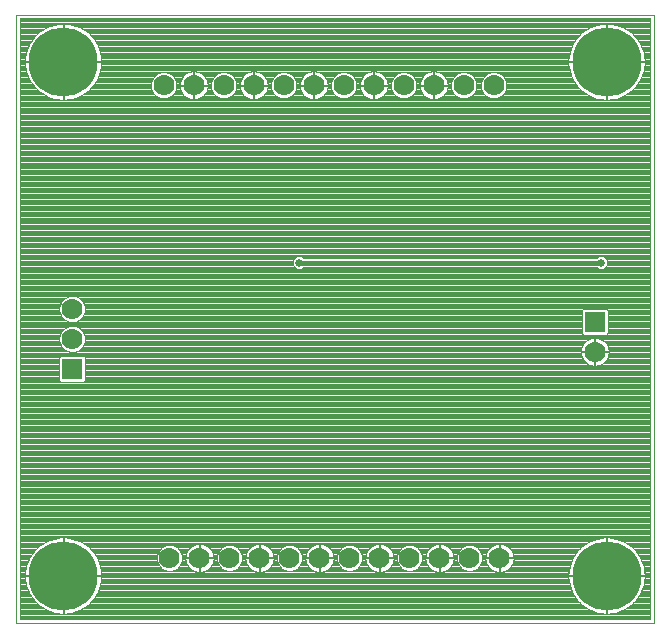
<source format=gbl>
G75*
%MOIN*%
%OFA0B0*%
%FSLAX25Y25*%
%IPPOS*%
%LPD*%
%AMOC8*
5,1,8,0,0,1.08239X$1,22.5*
%
%ADD10C,0.00000*%
%ADD11R,0.07000X0.07000*%
%ADD12C,0.07000*%
%ADD13C,0.23000*%
%ADD14C,0.02578*%
%ADD15C,0.01600*%
%ADD16C,0.00400*%
D10*
X0008874Y0008874D02*
X0008874Y0211630D01*
X0221472Y0211630D01*
X0221472Y0008874D01*
X0008874Y0008874D01*
D11*
X0027654Y0093520D03*
X0201787Y0109268D03*
D12*
X0201787Y0099268D03*
X0170055Y0030528D03*
X0160055Y0030528D03*
X0150055Y0030528D03*
X0140055Y0030528D03*
X0130055Y0030528D03*
X0120055Y0030528D03*
X0110055Y0030528D03*
X0100055Y0030528D03*
X0090055Y0030528D03*
X0080055Y0030528D03*
X0070055Y0030528D03*
X0060055Y0030528D03*
X0027654Y0103520D03*
X0027654Y0113520D03*
X0058087Y0188008D03*
X0068087Y0188008D03*
X0078087Y0188008D03*
X0088087Y0188008D03*
X0098087Y0188008D03*
X0108087Y0188008D03*
X0118087Y0188008D03*
X0128087Y0188008D03*
X0138087Y0188008D03*
X0148087Y0188008D03*
X0158087Y0188008D03*
X0168087Y0188008D03*
D13*
X0205724Y0195882D03*
X0205724Y0024622D03*
X0024622Y0024622D03*
X0024622Y0195882D03*
D14*
X0103362Y0128953D03*
X0203756Y0128953D03*
D15*
X0103362Y0128953D01*
D16*
X0101875Y0130420D02*
X0010074Y0130420D01*
X0010074Y0130818D02*
X0102274Y0130818D01*
X0102497Y0131042D02*
X0101273Y0129818D01*
X0101273Y0128087D01*
X0102497Y0126864D01*
X0104227Y0126864D01*
X0104716Y0127353D01*
X0202402Y0127353D01*
X0202891Y0126864D01*
X0204621Y0126864D01*
X0205845Y0128087D01*
X0205845Y0129818D01*
X0204621Y0131042D01*
X0202891Y0131042D01*
X0202402Y0130553D01*
X0104716Y0130553D01*
X0104227Y0131042D01*
X0102497Y0131042D01*
X0101477Y0130021D02*
X0010074Y0130021D01*
X0010074Y0129623D02*
X0101273Y0129623D01*
X0101273Y0129224D02*
X0010074Y0129224D01*
X0010074Y0128826D02*
X0101273Y0128826D01*
X0101273Y0128427D02*
X0010074Y0128427D01*
X0010074Y0128029D02*
X0101332Y0128029D01*
X0101730Y0127630D02*
X0010074Y0127630D01*
X0010074Y0127232D02*
X0102129Y0127232D01*
X0104596Y0127232D02*
X0202523Y0127232D01*
X0204989Y0127232D02*
X0220272Y0127232D01*
X0220272Y0127630D02*
X0205388Y0127630D01*
X0205786Y0128029D02*
X0220272Y0128029D01*
X0220272Y0128427D02*
X0205845Y0128427D01*
X0205845Y0128826D02*
X0220272Y0128826D01*
X0220272Y0129224D02*
X0205845Y0129224D01*
X0205845Y0129623D02*
X0220272Y0129623D01*
X0220272Y0130021D02*
X0205641Y0130021D01*
X0205243Y0130420D02*
X0220272Y0130420D01*
X0220272Y0130818D02*
X0204844Y0130818D01*
X0202667Y0130818D02*
X0104451Y0130818D01*
X0107717Y0183308D02*
X0106986Y0183424D01*
X0106282Y0183652D01*
X0105623Y0183988D01*
X0105025Y0184423D01*
X0104502Y0184946D01*
X0104067Y0185545D01*
X0103731Y0186204D01*
X0103502Y0186907D01*
X0103387Y0187638D01*
X0103387Y0187808D01*
X0107887Y0187808D01*
X0108287Y0187808D01*
X0108287Y0188208D01*
X0112787Y0188208D01*
X0112787Y0188378D01*
X0112671Y0189108D01*
X0112442Y0189812D01*
X0112106Y0190471D01*
X0111672Y0191070D01*
X0111148Y0191593D01*
X0110550Y0192028D01*
X0109891Y0192364D01*
X0109187Y0192592D01*
X0108457Y0192708D01*
X0108287Y0192708D01*
X0108287Y0188208D01*
X0107887Y0188208D01*
X0107887Y0192708D01*
X0107717Y0192708D01*
X0106986Y0192592D01*
X0106282Y0192364D01*
X0105623Y0192028D01*
X0105025Y0191593D01*
X0104502Y0191070D01*
X0104067Y0190471D01*
X0103731Y0189812D01*
X0103502Y0189108D01*
X0103387Y0188378D01*
X0103387Y0188208D01*
X0107887Y0188208D01*
X0107887Y0187808D01*
X0107887Y0183308D01*
X0107717Y0183308D01*
X0107887Y0183422D02*
X0108287Y0183422D01*
X0108287Y0183308D02*
X0108457Y0183308D01*
X0109187Y0183424D01*
X0109891Y0183652D01*
X0110550Y0183988D01*
X0111148Y0184423D01*
X0111672Y0184946D01*
X0112106Y0185545D01*
X0112442Y0186204D01*
X0112671Y0186907D01*
X0112787Y0187638D01*
X0112787Y0187808D01*
X0108287Y0187808D01*
X0108287Y0183308D01*
X0108287Y0183820D02*
X0107887Y0183820D01*
X0107887Y0184219D02*
X0108287Y0184219D01*
X0108287Y0184618D02*
X0107887Y0184618D01*
X0107887Y0185016D02*
X0108287Y0185016D01*
X0108287Y0185415D02*
X0107887Y0185415D01*
X0107887Y0185813D02*
X0108287Y0185813D01*
X0108287Y0186212D02*
X0107887Y0186212D01*
X0107887Y0186610D02*
X0108287Y0186610D01*
X0108287Y0187009D02*
X0107887Y0187009D01*
X0107887Y0187407D02*
X0108287Y0187407D01*
X0108287Y0187806D02*
X0107887Y0187806D01*
X0107887Y0188204D02*
X0102387Y0188204D01*
X0102387Y0187806D02*
X0103387Y0187806D01*
X0103423Y0187407D02*
X0102387Y0187407D01*
X0102387Y0187153D02*
X0101732Y0185572D01*
X0100522Y0184363D01*
X0098942Y0183708D01*
X0097231Y0183708D01*
X0095651Y0184363D01*
X0094441Y0185572D01*
X0093787Y0187153D01*
X0093787Y0188863D01*
X0094441Y0190444D01*
X0095651Y0191653D01*
X0097231Y0192308D01*
X0098942Y0192308D01*
X0100522Y0191653D01*
X0101732Y0190444D01*
X0102387Y0188863D01*
X0102387Y0187153D01*
X0102327Y0187009D02*
X0103486Y0187009D01*
X0103599Y0186610D02*
X0102162Y0186610D01*
X0101997Y0186212D02*
X0103728Y0186212D01*
X0103930Y0185813D02*
X0101832Y0185813D01*
X0101574Y0185415D02*
X0104161Y0185415D01*
X0104451Y0185016D02*
X0101176Y0185016D01*
X0100777Y0184618D02*
X0104830Y0184618D01*
X0105305Y0184219D02*
X0100176Y0184219D01*
X0099214Y0183820D02*
X0105952Y0183820D01*
X0106996Y0183422D02*
X0089177Y0183422D01*
X0089187Y0183424D02*
X0089891Y0183652D01*
X0090550Y0183988D01*
X0091148Y0184423D01*
X0091672Y0184946D01*
X0092106Y0185545D01*
X0092442Y0186204D01*
X0092671Y0186907D01*
X0092787Y0187638D01*
X0092787Y0187808D01*
X0088287Y0187808D01*
X0088287Y0188208D01*
X0092787Y0188208D01*
X0092787Y0188378D01*
X0092671Y0189108D01*
X0092442Y0189812D01*
X0092106Y0190471D01*
X0091672Y0191070D01*
X0091148Y0191593D01*
X0090550Y0192028D01*
X0089891Y0192364D01*
X0089187Y0192592D01*
X0088457Y0192708D01*
X0088287Y0192708D01*
X0088287Y0188208D01*
X0087887Y0188208D01*
X0087887Y0192708D01*
X0087717Y0192708D01*
X0086986Y0192592D01*
X0086282Y0192364D01*
X0085623Y0192028D01*
X0085025Y0191593D01*
X0084502Y0191070D01*
X0084067Y0190471D01*
X0083731Y0189812D01*
X0083502Y0189108D01*
X0083387Y0188378D01*
X0083387Y0188208D01*
X0087887Y0188208D01*
X0087887Y0187808D01*
X0088287Y0187808D01*
X0088287Y0183308D01*
X0088457Y0183308D01*
X0089187Y0183424D01*
X0088287Y0183422D02*
X0087887Y0183422D01*
X0087887Y0183308D02*
X0087887Y0187808D01*
X0083387Y0187808D01*
X0083387Y0187638D01*
X0083502Y0186907D01*
X0083731Y0186204D01*
X0084067Y0185545D01*
X0084502Y0184946D01*
X0085025Y0184423D01*
X0085623Y0183988D01*
X0086282Y0183652D01*
X0086986Y0183424D01*
X0087717Y0183308D01*
X0087887Y0183308D01*
X0087887Y0183820D02*
X0088287Y0183820D01*
X0088287Y0184219D02*
X0087887Y0184219D01*
X0087887Y0184618D02*
X0088287Y0184618D01*
X0088287Y0185016D02*
X0087887Y0185016D01*
X0087887Y0185415D02*
X0088287Y0185415D01*
X0088287Y0185813D02*
X0087887Y0185813D01*
X0087887Y0186212D02*
X0088287Y0186212D01*
X0088287Y0186610D02*
X0087887Y0186610D01*
X0087887Y0187009D02*
X0088287Y0187009D01*
X0088287Y0187407D02*
X0087887Y0187407D01*
X0087887Y0187806D02*
X0088287Y0187806D01*
X0088287Y0188204D02*
X0093787Y0188204D01*
X0093787Y0187806D02*
X0092787Y0187806D01*
X0092750Y0187407D02*
X0093787Y0187407D01*
X0093846Y0187009D02*
X0092687Y0187009D01*
X0092574Y0186610D02*
X0094011Y0186610D01*
X0094176Y0186212D02*
X0092445Y0186212D01*
X0092243Y0185813D02*
X0094341Y0185813D01*
X0094599Y0185415D02*
X0092012Y0185415D01*
X0091722Y0185016D02*
X0094997Y0185016D01*
X0095396Y0184618D02*
X0091343Y0184618D01*
X0090868Y0184219D02*
X0095997Y0184219D01*
X0096959Y0183820D02*
X0090221Y0183820D01*
X0086996Y0183422D02*
X0069177Y0183422D01*
X0069187Y0183424D02*
X0069891Y0183652D01*
X0070550Y0183988D01*
X0071148Y0184423D01*
X0071672Y0184946D01*
X0072106Y0185545D01*
X0072442Y0186204D01*
X0072671Y0186907D01*
X0072787Y0187638D01*
X0072787Y0187808D01*
X0068287Y0187808D01*
X0068287Y0188208D01*
X0072787Y0188208D01*
X0072787Y0188378D01*
X0072671Y0189108D01*
X0072442Y0189812D01*
X0072106Y0190471D01*
X0071672Y0191070D01*
X0071148Y0191593D01*
X0070550Y0192028D01*
X0069891Y0192364D01*
X0069187Y0192592D01*
X0068457Y0192708D01*
X0068287Y0192708D01*
X0068287Y0188208D01*
X0067887Y0188208D01*
X0067887Y0192708D01*
X0067717Y0192708D01*
X0066986Y0192592D01*
X0066282Y0192364D01*
X0065623Y0192028D01*
X0065025Y0191593D01*
X0064502Y0191070D01*
X0064067Y0190471D01*
X0063731Y0189812D01*
X0063502Y0189108D01*
X0063387Y0188378D01*
X0063387Y0188208D01*
X0067887Y0188208D01*
X0067887Y0187808D01*
X0068287Y0187808D01*
X0068287Y0183308D01*
X0068457Y0183308D01*
X0069187Y0183424D01*
X0068287Y0183422D02*
X0067887Y0183422D01*
X0067887Y0183308D02*
X0067887Y0187808D01*
X0063387Y0187808D01*
X0063387Y0187638D01*
X0063502Y0186907D01*
X0063731Y0186204D01*
X0064067Y0185545D01*
X0064502Y0184946D01*
X0065025Y0184423D01*
X0065623Y0183988D01*
X0066282Y0183652D01*
X0066986Y0183424D01*
X0067717Y0183308D01*
X0067887Y0183308D01*
X0067887Y0183820D02*
X0068287Y0183820D01*
X0068287Y0184219D02*
X0067887Y0184219D01*
X0067887Y0184618D02*
X0068287Y0184618D01*
X0068287Y0185016D02*
X0067887Y0185016D01*
X0067887Y0185415D02*
X0068287Y0185415D01*
X0068287Y0185813D02*
X0067887Y0185813D01*
X0067887Y0186212D02*
X0068287Y0186212D01*
X0068287Y0186610D02*
X0067887Y0186610D01*
X0067887Y0187009D02*
X0068287Y0187009D01*
X0068287Y0187407D02*
X0067887Y0187407D01*
X0067887Y0187806D02*
X0068287Y0187806D01*
X0068287Y0188204D02*
X0073787Y0188204D01*
X0073787Y0187806D02*
X0072787Y0187806D01*
X0072750Y0187407D02*
X0073787Y0187407D01*
X0073787Y0187153D02*
X0074441Y0185572D01*
X0075651Y0184363D01*
X0077231Y0183708D01*
X0078942Y0183708D01*
X0080522Y0184363D01*
X0081732Y0185572D01*
X0082387Y0187153D01*
X0082387Y0188863D01*
X0081732Y0190444D01*
X0080522Y0191653D01*
X0078942Y0192308D01*
X0077231Y0192308D01*
X0075651Y0191653D01*
X0074441Y0190444D01*
X0073787Y0188863D01*
X0073787Y0187153D01*
X0073846Y0187009D02*
X0072687Y0187009D01*
X0072574Y0186610D02*
X0074011Y0186610D01*
X0074176Y0186212D02*
X0072445Y0186212D01*
X0072243Y0185813D02*
X0074341Y0185813D01*
X0074599Y0185415D02*
X0072012Y0185415D01*
X0071722Y0185016D02*
X0074997Y0185016D01*
X0075396Y0184618D02*
X0071343Y0184618D01*
X0070868Y0184219D02*
X0075997Y0184219D01*
X0076959Y0183820D02*
X0070221Y0183820D01*
X0066996Y0183422D02*
X0027080Y0183422D01*
X0026488Y0183304D02*
X0027712Y0183548D01*
X0028906Y0183910D01*
X0030059Y0184387D01*
X0031159Y0184976D01*
X0032197Y0185669D01*
X0033161Y0186460D01*
X0034043Y0187343D01*
X0034835Y0188307D01*
X0035528Y0189345D01*
X0036117Y0190445D01*
X0036594Y0191598D01*
X0036956Y0192792D01*
X0037200Y0194016D01*
X0037322Y0195258D01*
X0037322Y0195682D01*
X0024822Y0195682D01*
X0024822Y0196082D01*
X0024422Y0196082D01*
X0024422Y0208582D01*
X0023998Y0208582D01*
X0022756Y0208460D01*
X0021532Y0208216D01*
X0020338Y0207854D01*
X0019186Y0207376D01*
X0018085Y0206788D01*
X0017048Y0206095D01*
X0016083Y0205303D01*
X0015201Y0204421D01*
X0014409Y0203456D01*
X0013716Y0202419D01*
X0013128Y0201318D01*
X0012650Y0200166D01*
X0012288Y0198971D01*
X0012044Y0197748D01*
X0011922Y0196506D01*
X0011922Y0196082D01*
X0024422Y0196082D01*
X0024422Y0195682D01*
X0011922Y0195682D01*
X0011922Y0195258D01*
X0012044Y0194016D01*
X0012288Y0192792D01*
X0012650Y0191598D01*
X0013128Y0190445D01*
X0013716Y0189345D01*
X0014409Y0188307D01*
X0015201Y0187343D01*
X0016083Y0186460D01*
X0017048Y0185669D01*
X0018085Y0184976D01*
X0019186Y0184387D01*
X0020338Y0183910D01*
X0021532Y0183548D01*
X0022756Y0183304D01*
X0023998Y0183182D01*
X0024422Y0183182D01*
X0024422Y0195682D01*
X0024822Y0195682D01*
X0024822Y0183182D01*
X0025246Y0183182D01*
X0026488Y0183304D01*
X0024822Y0183422D02*
X0024422Y0183422D01*
X0024422Y0183820D02*
X0024822Y0183820D01*
X0024822Y0184219D02*
X0024422Y0184219D01*
X0024422Y0184618D02*
X0024822Y0184618D01*
X0024822Y0185016D02*
X0024422Y0185016D01*
X0024422Y0185415D02*
X0024822Y0185415D01*
X0024822Y0185813D02*
X0024422Y0185813D01*
X0024422Y0186212D02*
X0024822Y0186212D01*
X0024822Y0186610D02*
X0024422Y0186610D01*
X0024422Y0187009D02*
X0024822Y0187009D01*
X0024822Y0187407D02*
X0024422Y0187407D01*
X0024422Y0187806D02*
X0024822Y0187806D01*
X0024822Y0188204D02*
X0024422Y0188204D01*
X0024422Y0188603D02*
X0024822Y0188603D01*
X0024822Y0189001D02*
X0024422Y0189001D01*
X0024422Y0189400D02*
X0024822Y0189400D01*
X0024822Y0189798D02*
X0024422Y0189798D01*
X0024422Y0190197D02*
X0024822Y0190197D01*
X0024822Y0190595D02*
X0024422Y0190595D01*
X0024422Y0190994D02*
X0024822Y0190994D01*
X0024822Y0191392D02*
X0024422Y0191392D01*
X0024422Y0191791D02*
X0024822Y0191791D01*
X0024822Y0192189D02*
X0024422Y0192189D01*
X0024422Y0192588D02*
X0024822Y0192588D01*
X0024822Y0192986D02*
X0024422Y0192986D01*
X0024422Y0193385D02*
X0024822Y0193385D01*
X0024822Y0193783D02*
X0024422Y0193783D01*
X0024422Y0194182D02*
X0024822Y0194182D01*
X0024822Y0194580D02*
X0024422Y0194580D01*
X0024422Y0194979D02*
X0024822Y0194979D01*
X0024822Y0195377D02*
X0024422Y0195377D01*
X0024422Y0195776D02*
X0010074Y0195776D01*
X0010074Y0196174D02*
X0011922Y0196174D01*
X0011929Y0196573D02*
X0010074Y0196573D01*
X0010074Y0196971D02*
X0011968Y0196971D01*
X0012007Y0197370D02*
X0010074Y0197370D01*
X0010074Y0197768D02*
X0012048Y0197768D01*
X0012128Y0198167D02*
X0010074Y0198167D01*
X0010074Y0198565D02*
X0012207Y0198565D01*
X0012286Y0198964D02*
X0010074Y0198964D01*
X0010074Y0199362D02*
X0012406Y0199362D01*
X0012527Y0199761D02*
X0010074Y0199761D01*
X0010074Y0200159D02*
X0012648Y0200159D01*
X0012813Y0200558D02*
X0010074Y0200558D01*
X0010074Y0200956D02*
X0012978Y0200956D01*
X0013147Y0201355D02*
X0010074Y0201355D01*
X0010074Y0201753D02*
X0013360Y0201753D01*
X0013573Y0202152D02*
X0010074Y0202152D01*
X0010074Y0202551D02*
X0013804Y0202551D01*
X0014070Y0202949D02*
X0010074Y0202949D01*
X0010074Y0203348D02*
X0014336Y0203348D01*
X0014647Y0203746D02*
X0010074Y0203746D01*
X0010074Y0204145D02*
X0014974Y0204145D01*
X0015323Y0204543D02*
X0010074Y0204543D01*
X0010074Y0204942D02*
X0015721Y0204942D01*
X0016128Y0205340D02*
X0010074Y0205340D01*
X0010074Y0205739D02*
X0016613Y0205739D01*
X0017111Y0206137D02*
X0010074Y0206137D01*
X0010074Y0206536D02*
X0017707Y0206536D01*
X0018358Y0206934D02*
X0010074Y0206934D01*
X0010074Y0207333D02*
X0019104Y0207333D01*
X0020042Y0207731D02*
X0010074Y0207731D01*
X0010074Y0208130D02*
X0021247Y0208130D01*
X0023453Y0208528D02*
X0010074Y0208528D01*
X0010074Y0208927D02*
X0220272Y0208927D01*
X0220272Y0209325D02*
X0010074Y0209325D01*
X0010074Y0209724D02*
X0220272Y0209724D01*
X0220272Y0210122D02*
X0010074Y0210122D01*
X0010074Y0210430D02*
X0220272Y0210430D01*
X0220272Y0010074D01*
X0010074Y0010074D01*
X0010074Y0210430D01*
X0024422Y0208528D02*
X0024822Y0208528D01*
X0024822Y0208582D02*
X0025246Y0208582D01*
X0026488Y0208460D01*
X0027712Y0208216D01*
X0028906Y0207854D01*
X0030059Y0207376D01*
X0031159Y0206788D01*
X0032197Y0206095D01*
X0033161Y0205303D01*
X0034043Y0204421D01*
X0034835Y0203456D01*
X0035528Y0202419D01*
X0036117Y0201318D01*
X0036594Y0200166D01*
X0036956Y0198971D01*
X0037200Y0197748D01*
X0037322Y0196506D01*
X0037322Y0196082D01*
X0024822Y0196082D01*
X0024822Y0208582D01*
X0024822Y0208130D02*
X0024422Y0208130D01*
X0024422Y0207731D02*
X0024822Y0207731D01*
X0024822Y0207333D02*
X0024422Y0207333D01*
X0024422Y0206934D02*
X0024822Y0206934D01*
X0024822Y0206536D02*
X0024422Y0206536D01*
X0024422Y0206137D02*
X0024822Y0206137D01*
X0024822Y0205739D02*
X0024422Y0205739D01*
X0024422Y0205340D02*
X0024822Y0205340D01*
X0024822Y0204942D02*
X0024422Y0204942D01*
X0024422Y0204543D02*
X0024822Y0204543D01*
X0024822Y0204145D02*
X0024422Y0204145D01*
X0024422Y0203746D02*
X0024822Y0203746D01*
X0024822Y0203348D02*
X0024422Y0203348D01*
X0024422Y0202949D02*
X0024822Y0202949D01*
X0024822Y0202551D02*
X0024422Y0202551D01*
X0024422Y0202152D02*
X0024822Y0202152D01*
X0024822Y0201753D02*
X0024422Y0201753D01*
X0024422Y0201355D02*
X0024822Y0201355D01*
X0024822Y0200956D02*
X0024422Y0200956D01*
X0024422Y0200558D02*
X0024822Y0200558D01*
X0024822Y0200159D02*
X0024422Y0200159D01*
X0024422Y0199761D02*
X0024822Y0199761D01*
X0024822Y0199362D02*
X0024422Y0199362D01*
X0024422Y0198964D02*
X0024822Y0198964D01*
X0024822Y0198565D02*
X0024422Y0198565D01*
X0024422Y0198167D02*
X0024822Y0198167D01*
X0024822Y0197768D02*
X0024422Y0197768D01*
X0024422Y0197370D02*
X0024822Y0197370D01*
X0024822Y0196971D02*
X0024422Y0196971D01*
X0024422Y0196573D02*
X0024822Y0196573D01*
X0024822Y0196174D02*
X0024422Y0196174D01*
X0024822Y0195776D02*
X0205524Y0195776D01*
X0205524Y0195682D02*
X0193024Y0195682D01*
X0193024Y0195258D01*
X0193147Y0194016D01*
X0193390Y0192792D01*
X0193752Y0191598D01*
X0194230Y0190445D01*
X0194818Y0189345D01*
X0195511Y0188307D01*
X0196303Y0187343D01*
X0197185Y0186460D01*
X0198150Y0185669D01*
X0199187Y0184976D01*
X0200288Y0184387D01*
X0201441Y0183910D01*
X0202635Y0183548D01*
X0203859Y0183304D01*
X0205100Y0183182D01*
X0205524Y0183182D01*
X0205524Y0195682D01*
X0205524Y0196082D01*
X0193024Y0196082D01*
X0193024Y0196506D01*
X0193147Y0197748D01*
X0193390Y0198971D01*
X0193752Y0200166D01*
X0194230Y0201318D01*
X0194818Y0202419D01*
X0195511Y0203456D01*
X0196303Y0204421D01*
X0197185Y0205303D01*
X0198150Y0206095D01*
X0199187Y0206788D01*
X0200288Y0207376D01*
X0201441Y0207854D01*
X0202635Y0208216D01*
X0203859Y0208460D01*
X0205100Y0208582D01*
X0205524Y0208582D01*
X0205524Y0196082D01*
X0205924Y0196082D01*
X0205924Y0208582D01*
X0206348Y0208582D01*
X0207590Y0208460D01*
X0208814Y0208216D01*
X0210008Y0207854D01*
X0211161Y0207376D01*
X0212261Y0206788D01*
X0213299Y0206095D01*
X0214263Y0205303D01*
X0215146Y0204421D01*
X0215937Y0203456D01*
X0216631Y0202419D01*
X0217219Y0201318D01*
X0217696Y0200166D01*
X0218059Y0198971D01*
X0218302Y0197748D01*
X0218424Y0196506D01*
X0218424Y0196082D01*
X0205924Y0196082D01*
X0205924Y0195682D01*
X0205924Y0183182D01*
X0206348Y0183182D01*
X0207590Y0183304D01*
X0208814Y0183548D01*
X0210008Y0183910D01*
X0211161Y0184387D01*
X0212261Y0184976D01*
X0213299Y0185669D01*
X0214263Y0186460D01*
X0215146Y0187343D01*
X0215937Y0188307D01*
X0216631Y0189345D01*
X0217219Y0190445D01*
X0217696Y0191598D01*
X0218059Y0192792D01*
X0218302Y0194016D01*
X0218424Y0195258D01*
X0218424Y0195682D01*
X0205924Y0195682D01*
X0205524Y0195682D01*
X0205524Y0195377D02*
X0205924Y0195377D01*
X0205924Y0194979D02*
X0205524Y0194979D01*
X0205524Y0194580D02*
X0205924Y0194580D01*
X0205924Y0194182D02*
X0205524Y0194182D01*
X0205524Y0193783D02*
X0205924Y0193783D01*
X0205924Y0193385D02*
X0205524Y0193385D01*
X0205524Y0192986D02*
X0205924Y0192986D01*
X0205924Y0192588D02*
X0205524Y0192588D01*
X0205524Y0192189D02*
X0205924Y0192189D01*
X0205924Y0191791D02*
X0205524Y0191791D01*
X0205524Y0191392D02*
X0205924Y0191392D01*
X0205924Y0190994D02*
X0205524Y0190994D01*
X0205524Y0190595D02*
X0205924Y0190595D01*
X0205924Y0190197D02*
X0205524Y0190197D01*
X0205524Y0189798D02*
X0205924Y0189798D01*
X0205924Y0189400D02*
X0205524Y0189400D01*
X0205524Y0189001D02*
X0205924Y0189001D01*
X0205924Y0188603D02*
X0205524Y0188603D01*
X0205524Y0188204D02*
X0205924Y0188204D01*
X0205924Y0187806D02*
X0205524Y0187806D01*
X0205524Y0187407D02*
X0205924Y0187407D01*
X0205924Y0187009D02*
X0205524Y0187009D01*
X0205524Y0186610D02*
X0205924Y0186610D01*
X0205924Y0186212D02*
X0205524Y0186212D01*
X0205524Y0185813D02*
X0205924Y0185813D01*
X0205924Y0185415D02*
X0205524Y0185415D01*
X0205524Y0185016D02*
X0205924Y0185016D01*
X0205924Y0184618D02*
X0205524Y0184618D01*
X0205524Y0184219D02*
X0205924Y0184219D01*
X0205924Y0183820D02*
X0205524Y0183820D01*
X0205524Y0183422D02*
X0205924Y0183422D01*
X0208182Y0183422D02*
X0220272Y0183422D01*
X0220272Y0183820D02*
X0209713Y0183820D01*
X0210754Y0184219D02*
X0220272Y0184219D01*
X0220272Y0184618D02*
X0211591Y0184618D01*
X0212322Y0185016D02*
X0220272Y0185016D01*
X0220272Y0185415D02*
X0212918Y0185415D01*
X0213475Y0185813D02*
X0220272Y0185813D01*
X0220272Y0186212D02*
X0213960Y0186212D01*
X0214413Y0186610D02*
X0220272Y0186610D01*
X0220272Y0187009D02*
X0214812Y0187009D01*
X0215199Y0187407D02*
X0220272Y0187407D01*
X0220272Y0187806D02*
X0215526Y0187806D01*
X0215853Y0188204D02*
X0220272Y0188204D01*
X0220272Y0188603D02*
X0216135Y0188603D01*
X0216401Y0189001D02*
X0220272Y0189001D01*
X0220272Y0189400D02*
X0216660Y0189400D01*
X0216873Y0189798D02*
X0220272Y0189798D01*
X0220272Y0190197D02*
X0217086Y0190197D01*
X0217281Y0190595D02*
X0220272Y0190595D01*
X0220272Y0190994D02*
X0217446Y0190994D01*
X0217611Y0191392D02*
X0220272Y0191392D01*
X0220272Y0191791D02*
X0217755Y0191791D01*
X0217876Y0192189D02*
X0220272Y0192189D01*
X0220272Y0192588D02*
X0217997Y0192588D01*
X0218097Y0192986D02*
X0220272Y0192986D01*
X0220272Y0193385D02*
X0218176Y0193385D01*
X0218256Y0193783D02*
X0220272Y0193783D01*
X0220272Y0194182D02*
X0218318Y0194182D01*
X0218358Y0194580D02*
X0220272Y0194580D01*
X0220272Y0194979D02*
X0218397Y0194979D01*
X0218424Y0195377D02*
X0220272Y0195377D01*
X0220272Y0195776D02*
X0205924Y0195776D01*
X0205924Y0196174D02*
X0205524Y0196174D01*
X0205524Y0196573D02*
X0205924Y0196573D01*
X0205924Y0196971D02*
X0205524Y0196971D01*
X0205524Y0197370D02*
X0205924Y0197370D01*
X0205924Y0197768D02*
X0205524Y0197768D01*
X0205524Y0198167D02*
X0205924Y0198167D01*
X0205924Y0198565D02*
X0205524Y0198565D01*
X0205524Y0198964D02*
X0205924Y0198964D01*
X0205924Y0199362D02*
X0205524Y0199362D01*
X0205524Y0199761D02*
X0205924Y0199761D01*
X0205924Y0200159D02*
X0205524Y0200159D01*
X0205524Y0200558D02*
X0205924Y0200558D01*
X0205924Y0200956D02*
X0205524Y0200956D01*
X0205524Y0201355D02*
X0205924Y0201355D01*
X0205924Y0201753D02*
X0205524Y0201753D01*
X0205524Y0202152D02*
X0205924Y0202152D01*
X0205924Y0202551D02*
X0205524Y0202551D01*
X0205524Y0202949D02*
X0205924Y0202949D01*
X0205924Y0203348D02*
X0205524Y0203348D01*
X0205524Y0203746D02*
X0205924Y0203746D01*
X0205924Y0204145D02*
X0205524Y0204145D01*
X0205524Y0204543D02*
X0205924Y0204543D01*
X0205924Y0204942D02*
X0205524Y0204942D01*
X0205524Y0205340D02*
X0205924Y0205340D01*
X0205924Y0205739D02*
X0205524Y0205739D01*
X0205524Y0206137D02*
X0205924Y0206137D01*
X0205924Y0206536D02*
X0205524Y0206536D01*
X0205524Y0206934D02*
X0205924Y0206934D01*
X0205924Y0207333D02*
X0205524Y0207333D01*
X0205524Y0207731D02*
X0205924Y0207731D01*
X0205924Y0208130D02*
X0205524Y0208130D01*
X0205524Y0208528D02*
X0205924Y0208528D01*
X0206893Y0208528D02*
X0220272Y0208528D01*
X0220272Y0208130D02*
X0209099Y0208130D01*
X0210304Y0207731D02*
X0220272Y0207731D01*
X0220272Y0207333D02*
X0211243Y0207333D01*
X0211988Y0206934D02*
X0220272Y0206934D01*
X0220272Y0206536D02*
X0212639Y0206536D01*
X0213236Y0206137D02*
X0220272Y0206137D01*
X0220272Y0205739D02*
X0213733Y0205739D01*
X0214219Y0205340D02*
X0220272Y0205340D01*
X0220272Y0204942D02*
X0214625Y0204942D01*
X0215024Y0204543D02*
X0220272Y0204543D01*
X0220272Y0204145D02*
X0215373Y0204145D01*
X0215700Y0203746D02*
X0220272Y0203746D01*
X0220272Y0203348D02*
X0216010Y0203348D01*
X0216276Y0202949D02*
X0220272Y0202949D01*
X0220272Y0202551D02*
X0216543Y0202551D01*
X0216773Y0202152D02*
X0220272Y0202152D01*
X0220272Y0201753D02*
X0216986Y0201753D01*
X0217199Y0201355D02*
X0220272Y0201355D01*
X0220272Y0200956D02*
X0217369Y0200956D01*
X0217534Y0200558D02*
X0220272Y0200558D01*
X0220272Y0200159D02*
X0217698Y0200159D01*
X0217819Y0199761D02*
X0220272Y0199761D01*
X0220272Y0199362D02*
X0217940Y0199362D01*
X0218060Y0198964D02*
X0220272Y0198964D01*
X0220272Y0198565D02*
X0218139Y0198565D01*
X0218219Y0198167D02*
X0220272Y0198167D01*
X0220272Y0197768D02*
X0218298Y0197768D01*
X0218339Y0197370D02*
X0220272Y0197370D01*
X0220272Y0196971D02*
X0218379Y0196971D01*
X0218418Y0196573D02*
X0220272Y0196573D01*
X0220272Y0196174D02*
X0218424Y0196174D01*
X0220272Y0183023D02*
X0010074Y0183023D01*
X0010074Y0182625D02*
X0220272Y0182625D01*
X0220272Y0182226D02*
X0010074Y0182226D01*
X0010074Y0181828D02*
X0220272Y0181828D01*
X0220272Y0181429D02*
X0010074Y0181429D01*
X0010074Y0181031D02*
X0220272Y0181031D01*
X0220272Y0180632D02*
X0010074Y0180632D01*
X0010074Y0180234D02*
X0220272Y0180234D01*
X0220272Y0179835D02*
X0010074Y0179835D01*
X0010074Y0179437D02*
X0220272Y0179437D01*
X0220272Y0179038D02*
X0010074Y0179038D01*
X0010074Y0178640D02*
X0220272Y0178640D01*
X0220272Y0178241D02*
X0010074Y0178241D01*
X0010074Y0177843D02*
X0220272Y0177843D01*
X0220272Y0177444D02*
X0010074Y0177444D01*
X0010074Y0177046D02*
X0220272Y0177046D01*
X0220272Y0176647D02*
X0010074Y0176647D01*
X0010074Y0176249D02*
X0220272Y0176249D01*
X0220272Y0175850D02*
X0010074Y0175850D01*
X0010074Y0175452D02*
X0220272Y0175452D01*
X0220272Y0175053D02*
X0010074Y0175053D01*
X0010074Y0174655D02*
X0220272Y0174655D01*
X0220272Y0174256D02*
X0010074Y0174256D01*
X0010074Y0173858D02*
X0220272Y0173858D01*
X0220272Y0173459D02*
X0010074Y0173459D01*
X0010074Y0173061D02*
X0220272Y0173061D01*
X0220272Y0172662D02*
X0010074Y0172662D01*
X0010074Y0172264D02*
X0220272Y0172264D01*
X0220272Y0171865D02*
X0010074Y0171865D01*
X0010074Y0171467D02*
X0220272Y0171467D01*
X0220272Y0171068D02*
X0010074Y0171068D01*
X0010074Y0170670D02*
X0220272Y0170670D01*
X0220272Y0170271D02*
X0010074Y0170271D01*
X0010074Y0169873D02*
X0220272Y0169873D01*
X0220272Y0169474D02*
X0010074Y0169474D01*
X0010074Y0169076D02*
X0220272Y0169076D01*
X0220272Y0168677D02*
X0010074Y0168677D01*
X0010074Y0168279D02*
X0220272Y0168279D01*
X0220272Y0167880D02*
X0010074Y0167880D01*
X0010074Y0167482D02*
X0220272Y0167482D01*
X0220272Y0167083D02*
X0010074Y0167083D01*
X0010074Y0166684D02*
X0220272Y0166684D01*
X0220272Y0166286D02*
X0010074Y0166286D01*
X0010074Y0165887D02*
X0220272Y0165887D01*
X0220272Y0165489D02*
X0010074Y0165489D01*
X0010074Y0165090D02*
X0220272Y0165090D01*
X0220272Y0164692D02*
X0010074Y0164692D01*
X0010074Y0164293D02*
X0220272Y0164293D01*
X0220272Y0163895D02*
X0010074Y0163895D01*
X0010074Y0163496D02*
X0220272Y0163496D01*
X0220272Y0163098D02*
X0010074Y0163098D01*
X0010074Y0162699D02*
X0220272Y0162699D01*
X0220272Y0162301D02*
X0010074Y0162301D01*
X0010074Y0161902D02*
X0220272Y0161902D01*
X0220272Y0161504D02*
X0010074Y0161504D01*
X0010074Y0161105D02*
X0220272Y0161105D01*
X0220272Y0160707D02*
X0010074Y0160707D01*
X0010074Y0160308D02*
X0220272Y0160308D01*
X0220272Y0159910D02*
X0010074Y0159910D01*
X0010074Y0159511D02*
X0220272Y0159511D01*
X0220272Y0159113D02*
X0010074Y0159113D01*
X0010074Y0158714D02*
X0220272Y0158714D01*
X0220272Y0158316D02*
X0010074Y0158316D01*
X0010074Y0157917D02*
X0220272Y0157917D01*
X0220272Y0157519D02*
X0010074Y0157519D01*
X0010074Y0157120D02*
X0220272Y0157120D01*
X0220272Y0156722D02*
X0010074Y0156722D01*
X0010074Y0156323D02*
X0220272Y0156323D01*
X0220272Y0155925D02*
X0010074Y0155925D01*
X0010074Y0155526D02*
X0220272Y0155526D01*
X0220272Y0155128D02*
X0010074Y0155128D01*
X0010074Y0154729D02*
X0220272Y0154729D01*
X0220272Y0154331D02*
X0010074Y0154331D01*
X0010074Y0153932D02*
X0220272Y0153932D01*
X0220272Y0153534D02*
X0010074Y0153534D01*
X0010074Y0153135D02*
X0220272Y0153135D01*
X0220272Y0152737D02*
X0010074Y0152737D01*
X0010074Y0152338D02*
X0220272Y0152338D01*
X0220272Y0151940D02*
X0010074Y0151940D01*
X0010074Y0151541D02*
X0220272Y0151541D01*
X0220272Y0151143D02*
X0010074Y0151143D01*
X0010074Y0150744D02*
X0220272Y0150744D01*
X0220272Y0150346D02*
X0010074Y0150346D01*
X0010074Y0149947D02*
X0220272Y0149947D01*
X0220272Y0149549D02*
X0010074Y0149549D01*
X0010074Y0149150D02*
X0220272Y0149150D01*
X0220272Y0148751D02*
X0010074Y0148751D01*
X0010074Y0148353D02*
X0220272Y0148353D01*
X0220272Y0147954D02*
X0010074Y0147954D01*
X0010074Y0147556D02*
X0220272Y0147556D01*
X0220272Y0147157D02*
X0010074Y0147157D01*
X0010074Y0146759D02*
X0220272Y0146759D01*
X0220272Y0146360D02*
X0010074Y0146360D01*
X0010074Y0145962D02*
X0220272Y0145962D01*
X0220272Y0145563D02*
X0010074Y0145563D01*
X0010074Y0145165D02*
X0220272Y0145165D01*
X0220272Y0144766D02*
X0010074Y0144766D01*
X0010074Y0144368D02*
X0220272Y0144368D01*
X0220272Y0143969D02*
X0010074Y0143969D01*
X0010074Y0143571D02*
X0220272Y0143571D01*
X0220272Y0143172D02*
X0010074Y0143172D01*
X0010074Y0142774D02*
X0220272Y0142774D01*
X0220272Y0142375D02*
X0010074Y0142375D01*
X0010074Y0141977D02*
X0220272Y0141977D01*
X0220272Y0141578D02*
X0010074Y0141578D01*
X0010074Y0141180D02*
X0220272Y0141180D01*
X0220272Y0140781D02*
X0010074Y0140781D01*
X0010074Y0140383D02*
X0220272Y0140383D01*
X0220272Y0139984D02*
X0010074Y0139984D01*
X0010074Y0139586D02*
X0220272Y0139586D01*
X0220272Y0139187D02*
X0010074Y0139187D01*
X0010074Y0138789D02*
X0220272Y0138789D01*
X0220272Y0138390D02*
X0010074Y0138390D01*
X0010074Y0137992D02*
X0220272Y0137992D01*
X0220272Y0137593D02*
X0010074Y0137593D01*
X0010074Y0137195D02*
X0220272Y0137195D01*
X0220272Y0136796D02*
X0010074Y0136796D01*
X0010074Y0136398D02*
X0220272Y0136398D01*
X0220272Y0135999D02*
X0010074Y0135999D01*
X0010074Y0135601D02*
X0220272Y0135601D01*
X0220272Y0135202D02*
X0010074Y0135202D01*
X0010074Y0134804D02*
X0220272Y0134804D01*
X0220272Y0134405D02*
X0010074Y0134405D01*
X0010074Y0134007D02*
X0220272Y0134007D01*
X0220272Y0133608D02*
X0010074Y0133608D01*
X0010074Y0133210D02*
X0220272Y0133210D01*
X0220272Y0132811D02*
X0010074Y0132811D01*
X0010074Y0132413D02*
X0220272Y0132413D01*
X0220272Y0132014D02*
X0010074Y0132014D01*
X0010074Y0131616D02*
X0220272Y0131616D01*
X0220272Y0131217D02*
X0010074Y0131217D01*
X0010074Y0126833D02*
X0220272Y0126833D01*
X0220272Y0126435D02*
X0010074Y0126435D01*
X0010074Y0126036D02*
X0220272Y0126036D01*
X0220272Y0125638D02*
X0010074Y0125638D01*
X0010074Y0125239D02*
X0220272Y0125239D01*
X0220272Y0124841D02*
X0010074Y0124841D01*
X0010074Y0124442D02*
X0220272Y0124442D01*
X0220272Y0124044D02*
X0010074Y0124044D01*
X0010074Y0123645D02*
X0220272Y0123645D01*
X0220272Y0123247D02*
X0010074Y0123247D01*
X0010074Y0122848D02*
X0220272Y0122848D01*
X0220272Y0122450D02*
X0010074Y0122450D01*
X0010074Y0122051D02*
X0220272Y0122051D01*
X0220272Y0121653D02*
X0010074Y0121653D01*
X0010074Y0121254D02*
X0220272Y0121254D01*
X0220272Y0120856D02*
X0010074Y0120856D01*
X0010074Y0120457D02*
X0220272Y0120457D01*
X0220272Y0120059D02*
X0010074Y0120059D01*
X0010074Y0119660D02*
X0220272Y0119660D01*
X0220272Y0119262D02*
X0010074Y0119262D01*
X0010074Y0118863D02*
X0220272Y0118863D01*
X0220272Y0118465D02*
X0010074Y0118465D01*
X0010074Y0118066D02*
X0220272Y0118066D01*
X0220272Y0117668D02*
X0028876Y0117668D01*
X0028509Y0117820D02*
X0026798Y0117820D01*
X0025218Y0117165D01*
X0024008Y0115955D01*
X0023354Y0114375D01*
X0023354Y0112664D01*
X0024008Y0111084D01*
X0025218Y0109874D01*
X0026798Y0109220D01*
X0028509Y0109220D01*
X0030089Y0109874D01*
X0031299Y0111084D01*
X0031954Y0112664D01*
X0031954Y0114375D01*
X0031299Y0115955D01*
X0030089Y0117165D01*
X0028509Y0117820D01*
X0029838Y0117269D02*
X0220272Y0117269D01*
X0220272Y0116871D02*
X0030384Y0116871D01*
X0030782Y0116472D02*
X0220272Y0116472D01*
X0220272Y0116074D02*
X0031181Y0116074D01*
X0031415Y0115675D02*
X0220272Y0115675D01*
X0220272Y0115277D02*
X0031580Y0115277D01*
X0031745Y0114878D02*
X0220272Y0114878D01*
X0220272Y0114480D02*
X0031910Y0114480D01*
X0031954Y0114081D02*
X0220272Y0114081D01*
X0220272Y0113682D02*
X0031954Y0113682D01*
X0031954Y0113284D02*
X0197672Y0113284D01*
X0197487Y0113099D02*
X0197487Y0105436D01*
X0197956Y0104968D01*
X0205619Y0104968D01*
X0206087Y0105436D01*
X0206087Y0113099D01*
X0205619Y0113568D01*
X0197956Y0113568D01*
X0197487Y0113099D01*
X0197487Y0112885D02*
X0031954Y0112885D01*
X0031880Y0112487D02*
X0197487Y0112487D01*
X0197487Y0112088D02*
X0031715Y0112088D01*
X0031550Y0111690D02*
X0197487Y0111690D01*
X0197487Y0111291D02*
X0031385Y0111291D01*
X0031108Y0110893D02*
X0197487Y0110893D01*
X0197487Y0110494D02*
X0030709Y0110494D01*
X0030311Y0110096D02*
X0197487Y0110096D01*
X0197487Y0109697D02*
X0029662Y0109697D01*
X0028700Y0109299D02*
X0197487Y0109299D01*
X0197487Y0108900D02*
X0010074Y0108900D01*
X0010074Y0108502D02*
X0197487Y0108502D01*
X0197487Y0108103D02*
X0010074Y0108103D01*
X0010074Y0107705D02*
X0026521Y0107705D01*
X0026798Y0107820D02*
X0025218Y0107165D01*
X0024008Y0105955D01*
X0023354Y0104375D01*
X0023354Y0102664D01*
X0024008Y0101084D01*
X0025218Y0099874D01*
X0026798Y0099220D01*
X0028509Y0099220D01*
X0030089Y0099874D01*
X0031299Y0101084D01*
X0031954Y0102664D01*
X0031954Y0104375D01*
X0031299Y0105955D01*
X0030089Y0107165D01*
X0028509Y0107820D01*
X0026798Y0107820D01*
X0025559Y0107306D02*
X0010074Y0107306D01*
X0010074Y0106908D02*
X0024961Y0106908D01*
X0024562Y0106509D02*
X0010074Y0106509D01*
X0010074Y0106111D02*
X0024164Y0106111D01*
X0023907Y0105712D02*
X0010074Y0105712D01*
X0010074Y0105314D02*
X0023742Y0105314D01*
X0023577Y0104915D02*
X0010074Y0104915D01*
X0010074Y0104517D02*
X0023412Y0104517D01*
X0023354Y0104118D02*
X0010074Y0104118D01*
X0010074Y0103720D02*
X0023354Y0103720D01*
X0023354Y0103321D02*
X0010074Y0103321D01*
X0010074Y0102923D02*
X0023354Y0102923D01*
X0023412Y0102524D02*
X0010074Y0102524D01*
X0010074Y0102126D02*
X0023577Y0102126D01*
X0023742Y0101727D02*
X0010074Y0101727D01*
X0010074Y0101329D02*
X0023907Y0101329D01*
X0024162Y0100930D02*
X0010074Y0100930D01*
X0010074Y0100532D02*
X0024560Y0100532D01*
X0024959Y0100133D02*
X0010074Y0100133D01*
X0010074Y0099735D02*
X0025555Y0099735D01*
X0026517Y0099336D02*
X0010074Y0099336D01*
X0010074Y0098938D02*
X0197087Y0098938D01*
X0197087Y0098898D02*
X0197203Y0098167D01*
X0197432Y0097464D01*
X0197768Y0096804D01*
X0198202Y0096206D01*
X0198726Y0095683D01*
X0199324Y0095248D01*
X0199983Y0094912D01*
X0200687Y0094683D01*
X0201417Y0094568D01*
X0201587Y0094568D01*
X0201587Y0099068D01*
X0197087Y0099068D01*
X0197087Y0098898D01*
X0197144Y0098539D02*
X0010074Y0098539D01*
X0010074Y0098141D02*
X0197212Y0098141D01*
X0197341Y0097742D02*
X0031563Y0097742D01*
X0031485Y0097820D02*
X0023822Y0097820D01*
X0023354Y0097351D01*
X0023354Y0089688D01*
X0023822Y0089220D01*
X0031485Y0089220D01*
X0031954Y0089688D01*
X0031954Y0097351D01*
X0031485Y0097820D01*
X0031954Y0097344D02*
X0197493Y0097344D01*
X0197696Y0096945D02*
X0031954Y0096945D01*
X0031954Y0096547D02*
X0197955Y0096547D01*
X0198260Y0096148D02*
X0031954Y0096148D01*
X0031954Y0095749D02*
X0198659Y0095749D01*
X0199182Y0095351D02*
X0031954Y0095351D01*
X0031954Y0094952D02*
X0199904Y0094952D01*
X0201587Y0094952D02*
X0201987Y0094952D01*
X0201987Y0094568D02*
X0202157Y0094568D01*
X0202888Y0094683D01*
X0203592Y0094912D01*
X0204251Y0095248D01*
X0204849Y0095683D01*
X0205372Y0096206D01*
X0205807Y0096804D01*
X0206143Y0097464D01*
X0206372Y0098167D01*
X0206487Y0098898D01*
X0206487Y0099068D01*
X0201987Y0099068D01*
X0201987Y0094568D01*
X0201987Y0095351D02*
X0201587Y0095351D01*
X0201587Y0095749D02*
X0201987Y0095749D01*
X0201987Y0096148D02*
X0201587Y0096148D01*
X0201587Y0096547D02*
X0201987Y0096547D01*
X0201987Y0096945D02*
X0201587Y0096945D01*
X0201587Y0097344D02*
X0201987Y0097344D01*
X0201987Y0097742D02*
X0201587Y0097742D01*
X0201587Y0098141D02*
X0201987Y0098141D01*
X0201987Y0098539D02*
X0201587Y0098539D01*
X0201587Y0098938D02*
X0201987Y0098938D01*
X0201987Y0099068D02*
X0201587Y0099068D01*
X0201587Y0099468D01*
X0197087Y0099468D01*
X0197087Y0099638D01*
X0197203Y0100368D01*
X0197432Y0101072D01*
X0197768Y0101731D01*
X0198202Y0102330D01*
X0198726Y0102853D01*
X0199324Y0103288D01*
X0199983Y0103623D01*
X0200687Y0103852D01*
X0201417Y0103968D01*
X0201587Y0103968D01*
X0201587Y0099468D01*
X0201987Y0099468D01*
X0201987Y0103968D01*
X0202157Y0103968D01*
X0202888Y0103852D01*
X0203592Y0103623D01*
X0204251Y0103288D01*
X0204849Y0102853D01*
X0205372Y0102330D01*
X0205807Y0101731D01*
X0206143Y0101072D01*
X0206372Y0100368D01*
X0206487Y0099638D01*
X0206487Y0099468D01*
X0201987Y0099468D01*
X0201987Y0099068D01*
X0201987Y0099336D02*
X0220272Y0099336D01*
X0220272Y0098938D02*
X0206487Y0098938D01*
X0206431Y0098539D02*
X0220272Y0098539D01*
X0220272Y0098141D02*
X0206363Y0098141D01*
X0206234Y0097742D02*
X0220272Y0097742D01*
X0220272Y0097344D02*
X0206082Y0097344D01*
X0205879Y0096945D02*
X0220272Y0096945D01*
X0220272Y0096547D02*
X0205620Y0096547D01*
X0205314Y0096148D02*
X0220272Y0096148D01*
X0220272Y0095749D02*
X0204916Y0095749D01*
X0204393Y0095351D02*
X0220272Y0095351D01*
X0220272Y0094952D02*
X0203671Y0094952D01*
X0201587Y0099336D02*
X0028790Y0099336D01*
X0029752Y0099735D02*
X0197103Y0099735D01*
X0197166Y0100133D02*
X0030348Y0100133D01*
X0030747Y0100532D02*
X0197256Y0100532D01*
X0197386Y0100930D02*
X0031145Y0100930D01*
X0031400Y0101329D02*
X0197563Y0101329D01*
X0197766Y0101727D02*
X0031565Y0101727D01*
X0031730Y0102126D02*
X0198054Y0102126D01*
X0198397Y0102524D02*
X0031895Y0102524D01*
X0031954Y0102923D02*
X0198822Y0102923D01*
X0199390Y0103321D02*
X0031954Y0103321D01*
X0031954Y0103720D02*
X0200280Y0103720D01*
X0201587Y0103720D02*
X0201987Y0103720D01*
X0201987Y0103321D02*
X0201587Y0103321D01*
X0201587Y0102923D02*
X0201987Y0102923D01*
X0201987Y0102524D02*
X0201587Y0102524D01*
X0201587Y0102126D02*
X0201987Y0102126D01*
X0201987Y0101727D02*
X0201587Y0101727D01*
X0201587Y0101329D02*
X0201987Y0101329D01*
X0201987Y0100930D02*
X0201587Y0100930D01*
X0201587Y0100532D02*
X0201987Y0100532D01*
X0201987Y0100133D02*
X0201587Y0100133D01*
X0201587Y0099735D02*
X0201987Y0099735D01*
X0204185Y0103321D02*
X0220272Y0103321D01*
X0220272Y0102923D02*
X0204753Y0102923D01*
X0205178Y0102524D02*
X0220272Y0102524D01*
X0220272Y0102126D02*
X0205520Y0102126D01*
X0205809Y0101727D02*
X0220272Y0101727D01*
X0220272Y0101329D02*
X0206012Y0101329D01*
X0206189Y0100930D02*
X0220272Y0100930D01*
X0220272Y0100532D02*
X0206319Y0100532D01*
X0206409Y0100133D02*
X0220272Y0100133D01*
X0220272Y0099735D02*
X0206472Y0099735D01*
X0203295Y0103720D02*
X0220272Y0103720D01*
X0220272Y0104118D02*
X0031954Y0104118D01*
X0031895Y0104517D02*
X0220272Y0104517D01*
X0220272Y0104915D02*
X0031730Y0104915D01*
X0031565Y0105314D02*
X0197610Y0105314D01*
X0197487Y0105712D02*
X0031400Y0105712D01*
X0031144Y0106111D02*
X0197487Y0106111D01*
X0197487Y0106509D02*
X0030745Y0106509D01*
X0030347Y0106908D02*
X0197487Y0106908D01*
X0197487Y0107306D02*
X0029748Y0107306D01*
X0028786Y0107705D02*
X0197487Y0107705D01*
X0206087Y0107705D02*
X0220272Y0107705D01*
X0220272Y0108103D02*
X0206087Y0108103D01*
X0206087Y0108502D02*
X0220272Y0108502D01*
X0220272Y0108900D02*
X0206087Y0108900D01*
X0206087Y0109299D02*
X0220272Y0109299D01*
X0220272Y0109697D02*
X0206087Y0109697D01*
X0206087Y0110096D02*
X0220272Y0110096D01*
X0220272Y0110494D02*
X0206087Y0110494D01*
X0206087Y0110893D02*
X0220272Y0110893D01*
X0220272Y0111291D02*
X0206087Y0111291D01*
X0206087Y0111690D02*
X0220272Y0111690D01*
X0220272Y0112088D02*
X0206087Y0112088D01*
X0206087Y0112487D02*
X0220272Y0112487D01*
X0220272Y0112885D02*
X0206087Y0112885D01*
X0205902Y0113284D02*
X0220272Y0113284D01*
X0220272Y0107306D02*
X0206087Y0107306D01*
X0206087Y0106908D02*
X0220272Y0106908D01*
X0220272Y0106509D02*
X0206087Y0106509D01*
X0206087Y0106111D02*
X0220272Y0106111D01*
X0220272Y0105712D02*
X0206087Y0105712D01*
X0205965Y0105314D02*
X0220272Y0105314D01*
X0220272Y0094554D02*
X0031954Y0094554D01*
X0031954Y0094155D02*
X0220272Y0094155D01*
X0220272Y0093757D02*
X0031954Y0093757D01*
X0031954Y0093358D02*
X0220272Y0093358D01*
X0220272Y0092960D02*
X0031954Y0092960D01*
X0031954Y0092561D02*
X0220272Y0092561D01*
X0220272Y0092163D02*
X0031954Y0092163D01*
X0031954Y0091764D02*
X0220272Y0091764D01*
X0220272Y0091366D02*
X0031954Y0091366D01*
X0031954Y0090967D02*
X0220272Y0090967D01*
X0220272Y0090569D02*
X0031954Y0090569D01*
X0031954Y0090170D02*
X0220272Y0090170D01*
X0220272Y0089772D02*
X0031954Y0089772D01*
X0031639Y0089373D02*
X0220272Y0089373D01*
X0220272Y0088975D02*
X0010074Y0088975D01*
X0010074Y0089373D02*
X0023669Y0089373D01*
X0023354Y0089772D02*
X0010074Y0089772D01*
X0010074Y0090170D02*
X0023354Y0090170D01*
X0023354Y0090569D02*
X0010074Y0090569D01*
X0010074Y0090967D02*
X0023354Y0090967D01*
X0023354Y0091366D02*
X0010074Y0091366D01*
X0010074Y0091764D02*
X0023354Y0091764D01*
X0023354Y0092163D02*
X0010074Y0092163D01*
X0010074Y0092561D02*
X0023354Y0092561D01*
X0023354Y0092960D02*
X0010074Y0092960D01*
X0010074Y0093358D02*
X0023354Y0093358D01*
X0023354Y0093757D02*
X0010074Y0093757D01*
X0010074Y0094155D02*
X0023354Y0094155D01*
X0023354Y0094554D02*
X0010074Y0094554D01*
X0010074Y0094952D02*
X0023354Y0094952D01*
X0023354Y0095351D02*
X0010074Y0095351D01*
X0010074Y0095749D02*
X0023354Y0095749D01*
X0023354Y0096148D02*
X0010074Y0096148D01*
X0010074Y0096547D02*
X0023354Y0096547D01*
X0023354Y0096945D02*
X0010074Y0096945D01*
X0010074Y0097344D02*
X0023354Y0097344D01*
X0023745Y0097742D02*
X0010074Y0097742D01*
X0010074Y0088576D02*
X0220272Y0088576D01*
X0220272Y0088178D02*
X0010074Y0088178D01*
X0010074Y0087779D02*
X0220272Y0087779D01*
X0220272Y0087381D02*
X0010074Y0087381D01*
X0010074Y0086982D02*
X0220272Y0086982D01*
X0220272Y0086584D02*
X0010074Y0086584D01*
X0010074Y0086185D02*
X0220272Y0086185D01*
X0220272Y0085787D02*
X0010074Y0085787D01*
X0010074Y0085388D02*
X0220272Y0085388D01*
X0220272Y0084990D02*
X0010074Y0084990D01*
X0010074Y0084591D02*
X0220272Y0084591D01*
X0220272Y0084193D02*
X0010074Y0084193D01*
X0010074Y0083794D02*
X0220272Y0083794D01*
X0220272Y0083396D02*
X0010074Y0083396D01*
X0010074Y0082997D02*
X0220272Y0082997D01*
X0220272Y0082599D02*
X0010074Y0082599D01*
X0010074Y0082200D02*
X0220272Y0082200D01*
X0220272Y0081802D02*
X0010074Y0081802D01*
X0010074Y0081403D02*
X0220272Y0081403D01*
X0220272Y0081005D02*
X0010074Y0081005D01*
X0010074Y0080606D02*
X0220272Y0080606D01*
X0220272Y0080208D02*
X0010074Y0080208D01*
X0010074Y0079809D02*
X0220272Y0079809D01*
X0220272Y0079411D02*
X0010074Y0079411D01*
X0010074Y0079012D02*
X0220272Y0079012D01*
X0220272Y0078613D02*
X0010074Y0078613D01*
X0010074Y0078215D02*
X0220272Y0078215D01*
X0220272Y0077816D02*
X0010074Y0077816D01*
X0010074Y0077418D02*
X0220272Y0077418D01*
X0220272Y0077019D02*
X0010074Y0077019D01*
X0010074Y0076621D02*
X0220272Y0076621D01*
X0220272Y0076222D02*
X0010074Y0076222D01*
X0010074Y0075824D02*
X0220272Y0075824D01*
X0220272Y0075425D02*
X0010074Y0075425D01*
X0010074Y0075027D02*
X0220272Y0075027D01*
X0220272Y0074628D02*
X0010074Y0074628D01*
X0010074Y0074230D02*
X0220272Y0074230D01*
X0220272Y0073831D02*
X0010074Y0073831D01*
X0010074Y0073433D02*
X0220272Y0073433D01*
X0220272Y0073034D02*
X0010074Y0073034D01*
X0010074Y0072636D02*
X0220272Y0072636D01*
X0220272Y0072237D02*
X0010074Y0072237D01*
X0010074Y0071839D02*
X0220272Y0071839D01*
X0220272Y0071440D02*
X0010074Y0071440D01*
X0010074Y0071042D02*
X0220272Y0071042D01*
X0220272Y0070643D02*
X0010074Y0070643D01*
X0010074Y0070245D02*
X0220272Y0070245D01*
X0220272Y0069846D02*
X0010074Y0069846D01*
X0010074Y0069448D02*
X0220272Y0069448D01*
X0220272Y0069049D02*
X0010074Y0069049D01*
X0010074Y0068651D02*
X0220272Y0068651D01*
X0220272Y0068252D02*
X0010074Y0068252D01*
X0010074Y0067854D02*
X0220272Y0067854D01*
X0220272Y0067455D02*
X0010074Y0067455D01*
X0010074Y0067057D02*
X0220272Y0067057D01*
X0220272Y0066658D02*
X0010074Y0066658D01*
X0010074Y0066260D02*
X0220272Y0066260D01*
X0220272Y0065861D02*
X0010074Y0065861D01*
X0010074Y0065463D02*
X0220272Y0065463D01*
X0220272Y0065064D02*
X0010074Y0065064D01*
X0010074Y0064666D02*
X0220272Y0064666D01*
X0220272Y0064267D02*
X0010074Y0064267D01*
X0010074Y0063869D02*
X0220272Y0063869D01*
X0220272Y0063470D02*
X0010074Y0063470D01*
X0010074Y0063072D02*
X0220272Y0063072D01*
X0220272Y0062673D02*
X0010074Y0062673D01*
X0010074Y0062275D02*
X0220272Y0062275D01*
X0220272Y0061876D02*
X0010074Y0061876D01*
X0010074Y0061478D02*
X0220272Y0061478D01*
X0220272Y0061079D02*
X0010074Y0061079D01*
X0010074Y0060680D02*
X0220272Y0060680D01*
X0220272Y0060282D02*
X0010074Y0060282D01*
X0010074Y0059883D02*
X0220272Y0059883D01*
X0220272Y0059485D02*
X0010074Y0059485D01*
X0010074Y0059086D02*
X0220272Y0059086D01*
X0220272Y0058688D02*
X0010074Y0058688D01*
X0010074Y0058289D02*
X0220272Y0058289D01*
X0220272Y0057891D02*
X0010074Y0057891D01*
X0010074Y0057492D02*
X0220272Y0057492D01*
X0220272Y0057094D02*
X0010074Y0057094D01*
X0010074Y0056695D02*
X0220272Y0056695D01*
X0220272Y0056297D02*
X0010074Y0056297D01*
X0010074Y0055898D02*
X0220272Y0055898D01*
X0220272Y0055500D02*
X0010074Y0055500D01*
X0010074Y0055101D02*
X0220272Y0055101D01*
X0220272Y0054703D02*
X0010074Y0054703D01*
X0010074Y0054304D02*
X0220272Y0054304D01*
X0220272Y0053906D02*
X0010074Y0053906D01*
X0010074Y0053507D02*
X0220272Y0053507D01*
X0220272Y0053109D02*
X0010074Y0053109D01*
X0010074Y0052710D02*
X0220272Y0052710D01*
X0220272Y0052312D02*
X0010074Y0052312D01*
X0010074Y0051913D02*
X0220272Y0051913D01*
X0220272Y0051515D02*
X0010074Y0051515D01*
X0010074Y0051116D02*
X0220272Y0051116D01*
X0220272Y0050718D02*
X0010074Y0050718D01*
X0010074Y0050319D02*
X0220272Y0050319D01*
X0220272Y0049921D02*
X0010074Y0049921D01*
X0010074Y0049522D02*
X0220272Y0049522D01*
X0220272Y0049124D02*
X0010074Y0049124D01*
X0010074Y0048725D02*
X0220272Y0048725D01*
X0220272Y0048327D02*
X0010074Y0048327D01*
X0010074Y0047928D02*
X0220272Y0047928D01*
X0220272Y0047530D02*
X0010074Y0047530D01*
X0010074Y0047131D02*
X0220272Y0047131D01*
X0220272Y0046733D02*
X0010074Y0046733D01*
X0010074Y0046334D02*
X0220272Y0046334D01*
X0220272Y0045936D02*
X0010074Y0045936D01*
X0010074Y0045537D02*
X0220272Y0045537D01*
X0220272Y0045139D02*
X0010074Y0045139D01*
X0010074Y0044740D02*
X0220272Y0044740D01*
X0220272Y0044342D02*
X0010074Y0044342D01*
X0010074Y0043943D02*
X0220272Y0043943D01*
X0220272Y0043545D02*
X0010074Y0043545D01*
X0010074Y0043146D02*
X0220272Y0043146D01*
X0220272Y0042747D02*
X0010074Y0042747D01*
X0010074Y0042349D02*
X0220272Y0042349D01*
X0220272Y0041950D02*
X0010074Y0041950D01*
X0010074Y0041552D02*
X0220272Y0041552D01*
X0220272Y0041153D02*
X0010074Y0041153D01*
X0010074Y0040755D02*
X0220272Y0040755D01*
X0220272Y0040356D02*
X0010074Y0040356D01*
X0010074Y0039958D02*
X0220272Y0039958D01*
X0220272Y0039559D02*
X0010074Y0039559D01*
X0010074Y0039161D02*
X0220272Y0039161D01*
X0220272Y0038762D02*
X0010074Y0038762D01*
X0010074Y0038364D02*
X0220272Y0038364D01*
X0220272Y0037965D02*
X0010074Y0037965D01*
X0010074Y0037567D02*
X0220272Y0037567D01*
X0220272Y0037168D02*
X0207748Y0037168D01*
X0207590Y0037200D02*
X0206348Y0037322D01*
X0205924Y0037322D01*
X0205924Y0024822D01*
X0205524Y0024822D01*
X0205524Y0024422D01*
X0193024Y0024422D01*
X0193024Y0023998D01*
X0193147Y0022756D01*
X0193390Y0021532D01*
X0193752Y0020338D01*
X0194230Y0019186D01*
X0194818Y0018085D01*
X0195511Y0017048D01*
X0196303Y0016083D01*
X0197185Y0015201D01*
X0198150Y0014409D01*
X0199187Y0013716D01*
X0200288Y0013128D01*
X0201441Y0012650D01*
X0202635Y0012288D01*
X0203859Y0012044D01*
X0205100Y0011922D01*
X0205524Y0011922D01*
X0205524Y0024422D01*
X0205924Y0024422D01*
X0205924Y0011922D01*
X0206348Y0011922D01*
X0207590Y0012044D01*
X0208814Y0012288D01*
X0210008Y0012650D01*
X0211161Y0013128D01*
X0212261Y0013716D01*
X0213299Y0014409D01*
X0214263Y0015201D01*
X0215146Y0016083D01*
X0215937Y0017048D01*
X0216631Y0018085D01*
X0217219Y0019186D01*
X0217696Y0020338D01*
X0218059Y0021532D01*
X0218302Y0022756D01*
X0218424Y0023998D01*
X0218424Y0024422D01*
X0205924Y0024422D01*
X0205924Y0024822D01*
X0218424Y0024822D01*
X0218424Y0025246D01*
X0218302Y0026488D01*
X0218059Y0027712D01*
X0217696Y0028906D01*
X0217219Y0030059D01*
X0216631Y0031159D01*
X0215937Y0032197D01*
X0215146Y0033161D01*
X0214263Y0034043D01*
X0213299Y0034835D01*
X0212261Y0035528D01*
X0211161Y0036117D01*
X0210008Y0036594D01*
X0208814Y0036956D01*
X0207590Y0037200D01*
X0205924Y0037168D02*
X0205524Y0037168D01*
X0205524Y0037322D02*
X0205100Y0037322D01*
X0203859Y0037200D01*
X0202635Y0036956D01*
X0201441Y0036594D01*
X0200288Y0036117D01*
X0199187Y0035528D01*
X0198150Y0034835D01*
X0197185Y0034043D01*
X0196303Y0033161D01*
X0195511Y0032197D01*
X0194818Y0031159D01*
X0194230Y0030059D01*
X0193752Y0028906D01*
X0193390Y0027712D01*
X0193147Y0026488D01*
X0193024Y0025246D01*
X0193024Y0024822D01*
X0205524Y0024822D01*
X0205524Y0037322D01*
X0205524Y0036770D02*
X0205924Y0036770D01*
X0205924Y0036371D02*
X0205524Y0036371D01*
X0205524Y0035973D02*
X0205924Y0035973D01*
X0205924Y0035574D02*
X0205524Y0035574D01*
X0205524Y0035176D02*
X0205924Y0035176D01*
X0205924Y0034777D02*
X0205524Y0034777D01*
X0205524Y0034379D02*
X0205924Y0034379D01*
X0205924Y0033980D02*
X0205524Y0033980D01*
X0205524Y0033582D02*
X0205924Y0033582D01*
X0205924Y0033183D02*
X0205524Y0033183D01*
X0205524Y0032785D02*
X0205924Y0032785D01*
X0205924Y0032386D02*
X0205524Y0032386D01*
X0205524Y0031988D02*
X0205924Y0031988D01*
X0205924Y0031589D02*
X0205524Y0031589D01*
X0205524Y0031191D02*
X0205924Y0031191D01*
X0205924Y0030792D02*
X0205524Y0030792D01*
X0205524Y0030394D02*
X0205924Y0030394D01*
X0205924Y0029995D02*
X0205524Y0029995D01*
X0205524Y0029597D02*
X0205924Y0029597D01*
X0205924Y0029198D02*
X0205524Y0029198D01*
X0205524Y0028800D02*
X0205924Y0028800D01*
X0205924Y0028401D02*
X0205524Y0028401D01*
X0205524Y0028003D02*
X0205924Y0028003D01*
X0205924Y0027604D02*
X0205524Y0027604D01*
X0205524Y0027206D02*
X0205924Y0027206D01*
X0205924Y0026807D02*
X0205524Y0026807D01*
X0205524Y0026409D02*
X0205924Y0026409D01*
X0205924Y0026010D02*
X0205524Y0026010D01*
X0205524Y0025611D02*
X0205924Y0025611D01*
X0205924Y0025213D02*
X0205524Y0025213D01*
X0205524Y0024814D02*
X0024822Y0024814D01*
X0024822Y0024822D02*
X0037322Y0024822D01*
X0037322Y0025246D01*
X0037200Y0026488D01*
X0036956Y0027712D01*
X0036594Y0028906D01*
X0036117Y0030059D01*
X0035528Y0031159D01*
X0034835Y0032197D01*
X0034043Y0033161D01*
X0033161Y0034043D01*
X0032197Y0034835D01*
X0031159Y0035528D01*
X0030059Y0036117D01*
X0028906Y0036594D01*
X0027712Y0036956D01*
X0026488Y0037200D01*
X0025246Y0037322D01*
X0024822Y0037322D01*
X0024822Y0024822D01*
X0024822Y0024422D01*
X0024822Y0011922D01*
X0025246Y0011922D01*
X0026488Y0012044D01*
X0027712Y0012288D01*
X0028906Y0012650D01*
X0030059Y0013128D01*
X0031159Y0013716D01*
X0032197Y0014409D01*
X0033161Y0015201D01*
X0034043Y0016083D01*
X0034835Y0017048D01*
X0035528Y0018085D01*
X0036117Y0019186D01*
X0036594Y0020338D01*
X0036956Y0021532D01*
X0037200Y0022756D01*
X0037322Y0023998D01*
X0037322Y0024422D01*
X0024822Y0024422D01*
X0024422Y0024422D01*
X0024422Y0011922D01*
X0023998Y0011922D01*
X0022756Y0012044D01*
X0021532Y0012288D01*
X0020338Y0012650D01*
X0019186Y0013128D01*
X0018085Y0013716D01*
X0017048Y0014409D01*
X0016083Y0015201D01*
X0015201Y0016083D01*
X0014409Y0017048D01*
X0013716Y0018085D01*
X0013128Y0019186D01*
X0012650Y0020338D01*
X0012288Y0021532D01*
X0012044Y0022756D01*
X0011922Y0023998D01*
X0011922Y0024422D01*
X0024422Y0024422D01*
X0024422Y0024822D01*
X0011922Y0024822D01*
X0011922Y0025246D01*
X0012044Y0026488D01*
X0012288Y0027712D01*
X0012650Y0028906D01*
X0013128Y0030059D01*
X0013716Y0031159D01*
X0014409Y0032197D01*
X0015201Y0033161D01*
X0016083Y0034043D01*
X0017048Y0034835D01*
X0018085Y0035528D01*
X0019186Y0036117D01*
X0020338Y0036594D01*
X0021532Y0036956D01*
X0022756Y0037200D01*
X0023998Y0037322D01*
X0024422Y0037322D01*
X0024422Y0024822D01*
X0024822Y0024822D01*
X0024822Y0025213D02*
X0024422Y0025213D01*
X0024422Y0025611D02*
X0024822Y0025611D01*
X0024822Y0026010D02*
X0024422Y0026010D01*
X0024422Y0026409D02*
X0024822Y0026409D01*
X0024822Y0026807D02*
X0024422Y0026807D01*
X0024422Y0027206D02*
X0024822Y0027206D01*
X0024822Y0027604D02*
X0024422Y0027604D01*
X0024422Y0028003D02*
X0024822Y0028003D01*
X0024822Y0028401D02*
X0024422Y0028401D01*
X0024422Y0028800D02*
X0024822Y0028800D01*
X0024822Y0029198D02*
X0024422Y0029198D01*
X0024422Y0029597D02*
X0024822Y0029597D01*
X0024822Y0029995D02*
X0024422Y0029995D01*
X0024422Y0030394D02*
X0024822Y0030394D01*
X0024822Y0030792D02*
X0024422Y0030792D01*
X0024422Y0031191D02*
X0024822Y0031191D01*
X0024822Y0031589D02*
X0024422Y0031589D01*
X0024422Y0031988D02*
X0024822Y0031988D01*
X0024822Y0032386D02*
X0024422Y0032386D01*
X0024422Y0032785D02*
X0024822Y0032785D01*
X0024822Y0033183D02*
X0024422Y0033183D01*
X0024422Y0033582D02*
X0024822Y0033582D01*
X0024822Y0033980D02*
X0024422Y0033980D01*
X0024422Y0034379D02*
X0024822Y0034379D01*
X0024822Y0034777D02*
X0024422Y0034777D01*
X0024422Y0035176D02*
X0024822Y0035176D01*
X0024822Y0035574D02*
X0024422Y0035574D01*
X0024422Y0035973D02*
X0024822Y0035973D01*
X0024822Y0036371D02*
X0024422Y0036371D01*
X0024422Y0036770D02*
X0024822Y0036770D01*
X0024822Y0037168D02*
X0024422Y0037168D01*
X0022598Y0037168D02*
X0010074Y0037168D01*
X0010074Y0036770D02*
X0020918Y0036770D01*
X0019801Y0036371D02*
X0010074Y0036371D01*
X0010074Y0035973D02*
X0018917Y0035973D01*
X0018171Y0035574D02*
X0010074Y0035574D01*
X0010074Y0035176D02*
X0017557Y0035176D01*
X0016977Y0034777D02*
X0010074Y0034777D01*
X0010074Y0034379D02*
X0016491Y0034379D01*
X0016020Y0033980D02*
X0010074Y0033980D01*
X0010074Y0033582D02*
X0015621Y0033582D01*
X0015223Y0033183D02*
X0010074Y0033183D01*
X0010074Y0032785D02*
X0014892Y0032785D01*
X0014565Y0032386D02*
X0010074Y0032386D01*
X0010074Y0031988D02*
X0014269Y0031988D01*
X0014003Y0031589D02*
X0010074Y0031589D01*
X0010074Y0031191D02*
X0013737Y0031191D01*
X0013520Y0030792D02*
X0010074Y0030792D01*
X0010074Y0030394D02*
X0013307Y0030394D01*
X0013101Y0029995D02*
X0010074Y0029995D01*
X0010074Y0029597D02*
X0012936Y0029597D01*
X0012771Y0029198D02*
X0010074Y0029198D01*
X0010074Y0028800D02*
X0012618Y0028800D01*
X0012497Y0028401D02*
X0010074Y0028401D01*
X0010074Y0028003D02*
X0012376Y0028003D01*
X0012266Y0027604D02*
X0010074Y0027604D01*
X0010074Y0027206D02*
X0012187Y0027206D01*
X0012108Y0026807D02*
X0010074Y0026807D01*
X0010074Y0026409D02*
X0012037Y0026409D01*
X0011997Y0026010D02*
X0010074Y0026010D01*
X0010074Y0025611D02*
X0011958Y0025611D01*
X0011922Y0025213D02*
X0010074Y0025213D01*
X0010074Y0024814D02*
X0024422Y0024814D01*
X0024422Y0024416D02*
X0024822Y0024416D01*
X0024822Y0024017D02*
X0024422Y0024017D01*
X0024422Y0023619D02*
X0024822Y0023619D01*
X0024822Y0023220D02*
X0024422Y0023220D01*
X0024422Y0022822D02*
X0024822Y0022822D01*
X0024822Y0022423D02*
X0024422Y0022423D01*
X0024422Y0022025D02*
X0024822Y0022025D01*
X0024822Y0021626D02*
X0024422Y0021626D01*
X0024422Y0021228D02*
X0024822Y0021228D01*
X0024822Y0020829D02*
X0024422Y0020829D01*
X0024422Y0020431D02*
X0024822Y0020431D01*
X0024822Y0020032D02*
X0024422Y0020032D01*
X0024422Y0019634D02*
X0024822Y0019634D01*
X0024822Y0019235D02*
X0024422Y0019235D01*
X0024422Y0018837D02*
X0024822Y0018837D01*
X0024822Y0018438D02*
X0024422Y0018438D01*
X0024422Y0018040D02*
X0024822Y0018040D01*
X0024822Y0017641D02*
X0024422Y0017641D01*
X0024422Y0017243D02*
X0024822Y0017243D01*
X0024822Y0016844D02*
X0024422Y0016844D01*
X0024422Y0016446D02*
X0024822Y0016446D01*
X0024822Y0016047D02*
X0024422Y0016047D01*
X0024422Y0015649D02*
X0024822Y0015649D01*
X0024822Y0015250D02*
X0024422Y0015250D01*
X0024422Y0014852D02*
X0024822Y0014852D01*
X0024822Y0014453D02*
X0024422Y0014453D01*
X0024422Y0014055D02*
X0024822Y0014055D01*
X0024822Y0013656D02*
X0024422Y0013656D01*
X0024422Y0013258D02*
X0024822Y0013258D01*
X0024822Y0012859D02*
X0024422Y0012859D01*
X0024422Y0012461D02*
X0024822Y0012461D01*
X0024822Y0012062D02*
X0024422Y0012062D01*
X0022667Y0012062D02*
X0010074Y0012062D01*
X0010074Y0011664D02*
X0220272Y0011664D01*
X0220272Y0012062D02*
X0207679Y0012062D01*
X0209384Y0012461D02*
X0220272Y0012461D01*
X0220272Y0012859D02*
X0210513Y0012859D01*
X0211404Y0013258D02*
X0220272Y0013258D01*
X0220272Y0013656D02*
X0212150Y0013656D01*
X0212769Y0014055D02*
X0220272Y0014055D01*
X0220272Y0014453D02*
X0213353Y0014453D01*
X0213838Y0014852D02*
X0220272Y0014852D01*
X0220272Y0015250D02*
X0214313Y0015250D01*
X0214712Y0015649D02*
X0220272Y0015649D01*
X0220272Y0016047D02*
X0215110Y0016047D01*
X0215444Y0016446D02*
X0220272Y0016446D01*
X0220272Y0016844D02*
X0215771Y0016844D01*
X0216068Y0017243D02*
X0220272Y0017243D01*
X0220272Y0017641D02*
X0216334Y0017641D01*
X0216600Y0018040D02*
X0220272Y0018040D01*
X0220272Y0018438D02*
X0216819Y0018438D01*
X0217032Y0018837D02*
X0220272Y0018837D01*
X0220272Y0019235D02*
X0217240Y0019235D01*
X0217405Y0019634D02*
X0220272Y0019634D01*
X0220272Y0020032D02*
X0217570Y0020032D01*
X0217724Y0020431D02*
X0220272Y0020431D01*
X0220272Y0020829D02*
X0217845Y0020829D01*
X0217966Y0021228D02*
X0220272Y0021228D01*
X0220272Y0021626D02*
X0218077Y0021626D01*
X0218157Y0022025D02*
X0220272Y0022025D01*
X0220272Y0022423D02*
X0218236Y0022423D01*
X0218309Y0022822D02*
X0220272Y0022822D01*
X0220272Y0023220D02*
X0218348Y0023220D01*
X0218387Y0023619D02*
X0220272Y0023619D01*
X0220272Y0024017D02*
X0218424Y0024017D01*
X0218424Y0024416D02*
X0220272Y0024416D01*
X0220272Y0024814D02*
X0205924Y0024814D01*
X0205924Y0024416D02*
X0205524Y0024416D01*
X0205524Y0024017D02*
X0205924Y0024017D01*
X0205924Y0023619D02*
X0205524Y0023619D01*
X0205524Y0023220D02*
X0205924Y0023220D01*
X0205924Y0022822D02*
X0205524Y0022822D01*
X0205524Y0022423D02*
X0205924Y0022423D01*
X0205924Y0022025D02*
X0205524Y0022025D01*
X0205524Y0021626D02*
X0205924Y0021626D01*
X0205924Y0021228D02*
X0205524Y0021228D01*
X0205524Y0020829D02*
X0205924Y0020829D01*
X0205924Y0020431D02*
X0205524Y0020431D01*
X0205524Y0020032D02*
X0205924Y0020032D01*
X0205924Y0019634D02*
X0205524Y0019634D01*
X0205524Y0019235D02*
X0205924Y0019235D01*
X0205924Y0018837D02*
X0205524Y0018837D01*
X0205524Y0018438D02*
X0205924Y0018438D01*
X0205924Y0018040D02*
X0205524Y0018040D01*
X0205524Y0017641D02*
X0205924Y0017641D01*
X0205924Y0017243D02*
X0205524Y0017243D01*
X0205524Y0016844D02*
X0205924Y0016844D01*
X0205924Y0016446D02*
X0205524Y0016446D01*
X0205524Y0016047D02*
X0205924Y0016047D01*
X0205924Y0015649D02*
X0205524Y0015649D01*
X0205524Y0015250D02*
X0205924Y0015250D01*
X0205924Y0014852D02*
X0205524Y0014852D01*
X0205524Y0014453D02*
X0205924Y0014453D01*
X0205924Y0014055D02*
X0205524Y0014055D01*
X0205524Y0013656D02*
X0205924Y0013656D01*
X0205924Y0013258D02*
X0205524Y0013258D01*
X0205524Y0012859D02*
X0205924Y0012859D01*
X0205924Y0012461D02*
X0205524Y0012461D01*
X0205524Y0012062D02*
X0205924Y0012062D01*
X0203769Y0012062D02*
X0026577Y0012062D01*
X0028281Y0012461D02*
X0202065Y0012461D01*
X0200936Y0012859D02*
X0029411Y0012859D01*
X0030302Y0013258D02*
X0200044Y0013258D01*
X0199299Y0013656D02*
X0031047Y0013656D01*
X0031666Y0014055D02*
X0198680Y0014055D01*
X0198096Y0014453D02*
X0032250Y0014453D01*
X0032736Y0014852D02*
X0197610Y0014852D01*
X0197136Y0015250D02*
X0033211Y0015250D01*
X0033609Y0015649D02*
X0196737Y0015649D01*
X0196339Y0016047D02*
X0034008Y0016047D01*
X0034341Y0016446D02*
X0196005Y0016446D01*
X0195678Y0016844D02*
X0034668Y0016844D01*
X0034966Y0017243D02*
X0195381Y0017243D01*
X0195115Y0017641D02*
X0035232Y0017641D01*
X0035498Y0018040D02*
X0194848Y0018040D01*
X0194629Y0018438D02*
X0035717Y0018438D01*
X0035930Y0018837D02*
X0194416Y0018837D01*
X0194209Y0019235D02*
X0036137Y0019235D01*
X0036302Y0019634D02*
X0194044Y0019634D01*
X0193879Y0020032D02*
X0036467Y0020032D01*
X0036622Y0020431D02*
X0193724Y0020431D01*
X0193603Y0020829D02*
X0036743Y0020829D01*
X0036864Y0021228D02*
X0193483Y0021228D01*
X0193371Y0021626D02*
X0036975Y0021626D01*
X0037054Y0022025D02*
X0193292Y0022025D01*
X0193213Y0022423D02*
X0037134Y0022423D01*
X0037206Y0022822D02*
X0193140Y0022822D01*
X0193101Y0023220D02*
X0037245Y0023220D01*
X0037285Y0023619D02*
X0193062Y0023619D01*
X0193024Y0024017D02*
X0037322Y0024017D01*
X0037322Y0024416D02*
X0193024Y0024416D01*
X0193024Y0025213D02*
X0037322Y0025213D01*
X0037286Y0025611D02*
X0193060Y0025611D01*
X0193100Y0026010D02*
X0171361Y0026010D01*
X0171156Y0025943D02*
X0171859Y0026172D01*
X0172518Y0026508D01*
X0173117Y0026943D01*
X0173640Y0027466D01*
X0174075Y0028064D01*
X0174411Y0028723D01*
X0174639Y0029427D01*
X0174755Y0030158D01*
X0174755Y0030328D01*
X0170255Y0030328D01*
X0170255Y0030728D01*
X0169855Y0030728D01*
X0169855Y0035228D01*
X0169685Y0035228D01*
X0168955Y0035112D01*
X0168251Y0034883D01*
X0167592Y0034547D01*
X0166993Y0034113D01*
X0166470Y0033589D01*
X0166035Y0032991D01*
X0165699Y0032332D01*
X0165471Y0031628D01*
X0165355Y0030897D01*
X0165355Y0030728D01*
X0169855Y0030728D01*
X0169855Y0030328D01*
X0165355Y0030328D01*
X0165355Y0030158D01*
X0165471Y0029427D01*
X0165699Y0028723D01*
X0166035Y0028064D01*
X0166470Y0027466D01*
X0166993Y0026943D01*
X0167592Y0026508D01*
X0168251Y0026172D01*
X0168955Y0025943D01*
X0169685Y0025828D01*
X0169855Y0025828D01*
X0169855Y0030327D01*
X0170255Y0030327D01*
X0170255Y0025828D01*
X0170425Y0025828D01*
X0171156Y0025943D01*
X0170255Y0026010D02*
X0169855Y0026010D01*
X0169855Y0026409D02*
X0170255Y0026409D01*
X0170255Y0026807D02*
X0169855Y0026807D01*
X0169855Y0027206D02*
X0170255Y0027206D01*
X0170255Y0027604D02*
X0169855Y0027604D01*
X0169855Y0028003D02*
X0170255Y0028003D01*
X0170255Y0028401D02*
X0169855Y0028401D01*
X0169855Y0028800D02*
X0170255Y0028800D01*
X0170255Y0029198D02*
X0169855Y0029198D01*
X0169855Y0029597D02*
X0170255Y0029597D01*
X0170255Y0029995D02*
X0169855Y0029995D01*
X0169855Y0030394D02*
X0164355Y0030394D01*
X0164355Y0030792D02*
X0165355Y0030792D01*
X0165402Y0031191D02*
X0164355Y0031191D01*
X0164355Y0031383D02*
X0163700Y0032963D01*
X0162491Y0034173D01*
X0160910Y0034828D01*
X0159200Y0034828D01*
X0157619Y0034173D01*
X0156410Y0032963D01*
X0155755Y0031383D01*
X0155755Y0029672D01*
X0156410Y0028092D01*
X0157619Y0026882D01*
X0159200Y0026228D01*
X0160910Y0026228D01*
X0162491Y0026882D01*
X0163700Y0028092D01*
X0164355Y0029672D01*
X0164355Y0031383D01*
X0164270Y0031589D02*
X0165465Y0031589D01*
X0165588Y0031988D02*
X0164105Y0031988D01*
X0163940Y0032386D02*
X0165727Y0032386D01*
X0165930Y0032785D02*
X0163774Y0032785D01*
X0163481Y0033183D02*
X0166175Y0033183D01*
X0166465Y0033582D02*
X0163082Y0033582D01*
X0162684Y0033980D02*
X0166861Y0033980D01*
X0167360Y0034379D02*
X0161994Y0034379D01*
X0161032Y0034777D02*
X0168043Y0034777D01*
X0169358Y0035176D02*
X0150752Y0035176D01*
X0150425Y0035228D02*
X0150255Y0035228D01*
X0150255Y0030728D01*
X0149855Y0030728D01*
X0149855Y0035228D01*
X0149685Y0035228D01*
X0148955Y0035112D01*
X0148251Y0034883D01*
X0147592Y0034547D01*
X0146993Y0034113D01*
X0146470Y0033589D01*
X0146035Y0032991D01*
X0145699Y0032332D01*
X0145471Y0031628D01*
X0145355Y0030897D01*
X0145355Y0030728D01*
X0149855Y0030728D01*
X0149855Y0030328D01*
X0145355Y0030328D01*
X0145355Y0030158D01*
X0145471Y0029427D01*
X0145699Y0028723D01*
X0146035Y0028064D01*
X0146470Y0027466D01*
X0146993Y0026943D01*
X0147592Y0026508D01*
X0148251Y0026172D01*
X0148955Y0025943D01*
X0149685Y0025828D01*
X0149855Y0025828D01*
X0149855Y0030327D01*
X0150255Y0030327D01*
X0150255Y0025828D01*
X0150425Y0025828D01*
X0151156Y0025943D01*
X0151859Y0026172D01*
X0152518Y0026508D01*
X0153117Y0026943D01*
X0153640Y0027466D01*
X0154075Y0028064D01*
X0154411Y0028723D01*
X0154639Y0029427D01*
X0154755Y0030158D01*
X0154755Y0030328D01*
X0150255Y0030328D01*
X0150255Y0030728D01*
X0154755Y0030728D01*
X0154755Y0030897D01*
X0154639Y0031628D01*
X0154411Y0032332D01*
X0154075Y0032991D01*
X0153640Y0033589D01*
X0153117Y0034113D01*
X0152518Y0034547D01*
X0151859Y0034883D01*
X0151156Y0035112D01*
X0150425Y0035228D01*
X0150255Y0035176D02*
X0149855Y0035176D01*
X0149855Y0034777D02*
X0150255Y0034777D01*
X0150255Y0034379D02*
X0149855Y0034379D01*
X0149855Y0033980D02*
X0150255Y0033980D01*
X0150255Y0033582D02*
X0149855Y0033582D01*
X0149855Y0033183D02*
X0150255Y0033183D01*
X0150255Y0032785D02*
X0149855Y0032785D01*
X0149855Y0032386D02*
X0150255Y0032386D01*
X0150255Y0031988D02*
X0149855Y0031988D01*
X0149855Y0031589D02*
X0150255Y0031589D01*
X0150255Y0031191D02*
X0149855Y0031191D01*
X0149855Y0030792D02*
X0150255Y0030792D01*
X0150255Y0030394D02*
X0155755Y0030394D01*
X0155755Y0030792D02*
X0154755Y0030792D01*
X0154709Y0031191D02*
X0155755Y0031191D01*
X0155841Y0031589D02*
X0154646Y0031589D01*
X0154523Y0031988D02*
X0156006Y0031988D01*
X0156171Y0032386D02*
X0154383Y0032386D01*
X0154180Y0032785D02*
X0156336Y0032785D01*
X0156630Y0033183D02*
X0153935Y0033183D01*
X0153646Y0033582D02*
X0157028Y0033582D01*
X0157427Y0033980D02*
X0153249Y0033980D01*
X0152751Y0034379D02*
X0158116Y0034379D01*
X0159078Y0034777D02*
X0152067Y0034777D01*
X0149358Y0035176D02*
X0130752Y0035176D01*
X0130425Y0035228D02*
X0130255Y0035228D01*
X0130255Y0030728D01*
X0129855Y0030728D01*
X0129855Y0035228D01*
X0129685Y0035228D01*
X0128955Y0035112D01*
X0128251Y0034883D01*
X0127592Y0034547D01*
X0126993Y0034113D01*
X0126470Y0033589D01*
X0126035Y0032991D01*
X0125699Y0032332D01*
X0125471Y0031628D01*
X0125355Y0030897D01*
X0125355Y0030728D01*
X0129855Y0030728D01*
X0129855Y0030328D01*
X0125355Y0030328D01*
X0125355Y0030158D01*
X0125471Y0029427D01*
X0125699Y0028723D01*
X0126035Y0028064D01*
X0126470Y0027466D01*
X0126993Y0026943D01*
X0127592Y0026508D01*
X0128251Y0026172D01*
X0128955Y0025943D01*
X0129685Y0025828D01*
X0129855Y0025828D01*
X0129855Y0030327D01*
X0130255Y0030327D01*
X0130255Y0025828D01*
X0130425Y0025828D01*
X0131156Y0025943D01*
X0131859Y0026172D01*
X0132518Y0026508D01*
X0133117Y0026943D01*
X0133640Y0027466D01*
X0134075Y0028064D01*
X0134411Y0028723D01*
X0134639Y0029427D01*
X0134755Y0030158D01*
X0134755Y0030328D01*
X0130255Y0030328D01*
X0130255Y0030728D01*
X0134755Y0030728D01*
X0134755Y0030897D01*
X0134639Y0031628D01*
X0134411Y0032332D01*
X0134075Y0032991D01*
X0133640Y0033589D01*
X0133117Y0034113D01*
X0132518Y0034547D01*
X0131859Y0034883D01*
X0131156Y0035112D01*
X0130425Y0035228D01*
X0130255Y0035176D02*
X0129855Y0035176D01*
X0129855Y0034777D02*
X0130255Y0034777D01*
X0130255Y0034379D02*
X0129855Y0034379D01*
X0129855Y0033980D02*
X0130255Y0033980D01*
X0130255Y0033582D02*
X0129855Y0033582D01*
X0129855Y0033183D02*
X0130255Y0033183D01*
X0130255Y0032785D02*
X0129855Y0032785D01*
X0129855Y0032386D02*
X0130255Y0032386D01*
X0130255Y0031988D02*
X0129855Y0031988D01*
X0129855Y0031589D02*
X0130255Y0031589D01*
X0130255Y0031191D02*
X0129855Y0031191D01*
X0129855Y0030792D02*
X0130255Y0030792D01*
X0130255Y0030394D02*
X0135755Y0030394D01*
X0135755Y0030792D02*
X0134755Y0030792D01*
X0134709Y0031191D02*
X0135755Y0031191D01*
X0135755Y0031383D02*
X0135755Y0029672D01*
X0136410Y0028092D01*
X0137619Y0026882D01*
X0139200Y0026228D01*
X0140910Y0026228D01*
X0142491Y0026882D01*
X0143700Y0028092D01*
X0144355Y0029672D01*
X0144355Y0031383D01*
X0143700Y0032963D01*
X0142491Y0034173D01*
X0140910Y0034828D01*
X0139200Y0034828D01*
X0137619Y0034173D01*
X0136410Y0032963D01*
X0135755Y0031383D01*
X0135841Y0031589D02*
X0134646Y0031589D01*
X0134523Y0031988D02*
X0136006Y0031988D01*
X0136171Y0032386D02*
X0134383Y0032386D01*
X0134180Y0032785D02*
X0136336Y0032785D01*
X0136630Y0033183D02*
X0133935Y0033183D01*
X0133646Y0033582D02*
X0137028Y0033582D01*
X0137427Y0033980D02*
X0133249Y0033980D01*
X0132751Y0034379D02*
X0138116Y0034379D01*
X0139078Y0034777D02*
X0132067Y0034777D01*
X0129358Y0035176D02*
X0110752Y0035176D01*
X0110425Y0035228D02*
X0111156Y0035112D01*
X0111859Y0034883D01*
X0112518Y0034547D01*
X0113117Y0034113D01*
X0113640Y0033589D01*
X0114075Y0032991D01*
X0114411Y0032332D01*
X0114639Y0031628D01*
X0114755Y0030897D01*
X0114755Y0030728D01*
X0110255Y0030728D01*
X0109855Y0030728D01*
X0109855Y0035228D01*
X0109685Y0035228D01*
X0108955Y0035112D01*
X0108251Y0034883D01*
X0107592Y0034547D01*
X0106993Y0034113D01*
X0106470Y0033589D01*
X0106035Y0032991D01*
X0105699Y0032332D01*
X0105471Y0031628D01*
X0105355Y0030897D01*
X0105355Y0030728D01*
X0109855Y0030728D01*
X0109855Y0030328D01*
X0105355Y0030328D01*
X0105355Y0030158D01*
X0105471Y0029427D01*
X0105699Y0028723D01*
X0106035Y0028064D01*
X0106470Y0027466D01*
X0106993Y0026943D01*
X0107592Y0026508D01*
X0108251Y0026172D01*
X0108955Y0025943D01*
X0109685Y0025828D01*
X0109855Y0025828D01*
X0109855Y0030327D01*
X0110255Y0030327D01*
X0110255Y0025828D01*
X0110425Y0025828D01*
X0111156Y0025943D01*
X0111859Y0026172D01*
X0112518Y0026508D01*
X0113117Y0026943D01*
X0113640Y0027466D01*
X0114075Y0028064D01*
X0114411Y0028723D01*
X0114639Y0029427D01*
X0114755Y0030158D01*
X0114755Y0030328D01*
X0110255Y0030328D01*
X0110255Y0030728D01*
X0110255Y0035228D01*
X0110425Y0035228D01*
X0110255Y0035176D02*
X0109855Y0035176D01*
X0109855Y0034777D02*
X0110255Y0034777D01*
X0110255Y0034379D02*
X0109855Y0034379D01*
X0109855Y0033980D02*
X0110255Y0033980D01*
X0110255Y0033582D02*
X0109855Y0033582D01*
X0109855Y0033183D02*
X0110255Y0033183D01*
X0110255Y0032785D02*
X0109855Y0032785D01*
X0109855Y0032386D02*
X0110255Y0032386D01*
X0110255Y0031988D02*
X0109855Y0031988D01*
X0109855Y0031589D02*
X0110255Y0031589D01*
X0110255Y0031191D02*
X0109855Y0031191D01*
X0109855Y0030792D02*
X0110255Y0030792D01*
X0110255Y0030394D02*
X0115755Y0030394D01*
X0115755Y0030792D02*
X0114755Y0030792D01*
X0114709Y0031191D02*
X0115755Y0031191D01*
X0115755Y0031383D02*
X0115755Y0029672D01*
X0116410Y0028092D01*
X0117619Y0026882D01*
X0119200Y0026228D01*
X0120910Y0026228D01*
X0122491Y0026882D01*
X0123700Y0028092D01*
X0124355Y0029672D01*
X0124355Y0031383D01*
X0123700Y0032963D01*
X0122491Y0034173D01*
X0120910Y0034828D01*
X0119200Y0034828D01*
X0117619Y0034173D01*
X0116410Y0032963D01*
X0115755Y0031383D01*
X0115841Y0031589D02*
X0114646Y0031589D01*
X0114523Y0031988D02*
X0116006Y0031988D01*
X0116171Y0032386D02*
X0114383Y0032386D01*
X0114180Y0032785D02*
X0116336Y0032785D01*
X0116630Y0033183D02*
X0113935Y0033183D01*
X0113646Y0033582D02*
X0117028Y0033582D01*
X0117427Y0033980D02*
X0113249Y0033980D01*
X0112751Y0034379D02*
X0118116Y0034379D01*
X0119078Y0034777D02*
X0112067Y0034777D01*
X0109358Y0035176D02*
X0090752Y0035176D01*
X0090425Y0035228D02*
X0090255Y0035228D01*
X0090255Y0030728D01*
X0089855Y0030728D01*
X0089855Y0035228D01*
X0089685Y0035228D01*
X0088955Y0035112D01*
X0088251Y0034883D01*
X0087592Y0034547D01*
X0086993Y0034113D01*
X0086470Y0033589D01*
X0086035Y0032991D01*
X0085699Y0032332D01*
X0085471Y0031628D01*
X0085355Y0030897D01*
X0085355Y0030728D01*
X0089855Y0030728D01*
X0089855Y0030328D01*
X0085355Y0030328D01*
X0085355Y0030158D01*
X0085471Y0029427D01*
X0085699Y0028723D01*
X0086035Y0028064D01*
X0086470Y0027466D01*
X0086993Y0026943D01*
X0087592Y0026508D01*
X0088251Y0026172D01*
X0088955Y0025943D01*
X0089685Y0025828D01*
X0089855Y0025828D01*
X0089855Y0030327D01*
X0090255Y0030327D01*
X0090255Y0025828D01*
X0090425Y0025828D01*
X0091156Y0025943D01*
X0091859Y0026172D01*
X0092518Y0026508D01*
X0093117Y0026943D01*
X0093640Y0027466D01*
X0094075Y0028064D01*
X0094411Y0028723D01*
X0094639Y0029427D01*
X0094755Y0030158D01*
X0094755Y0030328D01*
X0090255Y0030328D01*
X0090255Y0030728D01*
X0094755Y0030728D01*
X0094755Y0030897D01*
X0094639Y0031628D01*
X0094411Y0032332D01*
X0094075Y0032991D01*
X0093640Y0033589D01*
X0093117Y0034113D01*
X0092518Y0034547D01*
X0091859Y0034883D01*
X0091156Y0035112D01*
X0090425Y0035228D01*
X0090255Y0035176D02*
X0089855Y0035176D01*
X0089855Y0034777D02*
X0090255Y0034777D01*
X0090255Y0034379D02*
X0089855Y0034379D01*
X0089855Y0033980D02*
X0090255Y0033980D01*
X0090255Y0033582D02*
X0089855Y0033582D01*
X0089855Y0033183D02*
X0090255Y0033183D01*
X0090255Y0032785D02*
X0089855Y0032785D01*
X0089855Y0032386D02*
X0090255Y0032386D01*
X0090255Y0031988D02*
X0089855Y0031988D01*
X0089855Y0031589D02*
X0090255Y0031589D01*
X0090255Y0031191D02*
X0089855Y0031191D01*
X0089855Y0030792D02*
X0090255Y0030792D01*
X0090255Y0030394D02*
X0095755Y0030394D01*
X0095755Y0030792D02*
X0094755Y0030792D01*
X0094709Y0031191D02*
X0095755Y0031191D01*
X0095755Y0031383D02*
X0095755Y0029672D01*
X0096410Y0028092D01*
X0097619Y0026882D01*
X0099200Y0026228D01*
X0100910Y0026228D01*
X0102491Y0026882D01*
X0103700Y0028092D01*
X0104355Y0029672D01*
X0104355Y0031383D01*
X0103700Y0032963D01*
X0102491Y0034173D01*
X0100910Y0034828D01*
X0099200Y0034828D01*
X0097619Y0034173D01*
X0096410Y0032963D01*
X0095755Y0031383D01*
X0095841Y0031589D02*
X0094646Y0031589D01*
X0094523Y0031988D02*
X0096006Y0031988D01*
X0096171Y0032386D02*
X0094383Y0032386D01*
X0094180Y0032785D02*
X0096336Y0032785D01*
X0096630Y0033183D02*
X0093935Y0033183D01*
X0093646Y0033582D02*
X0097028Y0033582D01*
X0097427Y0033980D02*
X0093249Y0033980D01*
X0092751Y0034379D02*
X0098116Y0034379D01*
X0099078Y0034777D02*
X0092067Y0034777D01*
X0089358Y0035176D02*
X0070752Y0035176D01*
X0070425Y0035228D02*
X0070255Y0035228D01*
X0070255Y0030728D01*
X0069855Y0030728D01*
X0069855Y0035228D01*
X0069685Y0035228D01*
X0068955Y0035112D01*
X0068251Y0034883D01*
X0067592Y0034547D01*
X0066993Y0034113D01*
X0066470Y0033589D01*
X0066035Y0032991D01*
X0065699Y0032332D01*
X0065471Y0031628D01*
X0065355Y0030897D01*
X0065355Y0030728D01*
X0069855Y0030728D01*
X0069855Y0030328D01*
X0065355Y0030328D01*
X0065355Y0030158D01*
X0065471Y0029427D01*
X0065699Y0028723D01*
X0066035Y0028064D01*
X0066470Y0027466D01*
X0066993Y0026943D01*
X0067592Y0026508D01*
X0068251Y0026172D01*
X0068955Y0025943D01*
X0069685Y0025828D01*
X0069855Y0025828D01*
X0069855Y0030327D01*
X0070255Y0030327D01*
X0070255Y0025828D01*
X0070425Y0025828D01*
X0071156Y0025943D01*
X0071859Y0026172D01*
X0072518Y0026508D01*
X0073117Y0026943D01*
X0073640Y0027466D01*
X0074075Y0028064D01*
X0074411Y0028723D01*
X0074639Y0029427D01*
X0074755Y0030158D01*
X0074755Y0030328D01*
X0070255Y0030328D01*
X0070255Y0030728D01*
X0074755Y0030728D01*
X0074755Y0030897D01*
X0074639Y0031628D01*
X0074411Y0032332D01*
X0074075Y0032991D01*
X0073640Y0033589D01*
X0073117Y0034113D01*
X0072518Y0034547D01*
X0071859Y0034883D01*
X0071156Y0035112D01*
X0070425Y0035228D01*
X0070255Y0035176D02*
X0069855Y0035176D01*
X0069855Y0034777D02*
X0070255Y0034777D01*
X0070255Y0034379D02*
X0069855Y0034379D01*
X0069855Y0033980D02*
X0070255Y0033980D01*
X0070255Y0033582D02*
X0069855Y0033582D01*
X0069855Y0033183D02*
X0070255Y0033183D01*
X0070255Y0032785D02*
X0069855Y0032785D01*
X0069855Y0032386D02*
X0070255Y0032386D01*
X0070255Y0031988D02*
X0069855Y0031988D01*
X0069855Y0031589D02*
X0070255Y0031589D01*
X0070255Y0031191D02*
X0069855Y0031191D01*
X0069855Y0030792D02*
X0070255Y0030792D01*
X0070255Y0030394D02*
X0075755Y0030394D01*
X0075755Y0030792D02*
X0074755Y0030792D01*
X0074709Y0031191D02*
X0075755Y0031191D01*
X0075755Y0031383D02*
X0075755Y0029672D01*
X0076410Y0028092D01*
X0077619Y0026882D01*
X0079200Y0026228D01*
X0080910Y0026228D01*
X0082491Y0026882D01*
X0083700Y0028092D01*
X0084355Y0029672D01*
X0084355Y0031383D01*
X0083700Y0032963D01*
X0082491Y0034173D01*
X0080910Y0034828D01*
X0079200Y0034828D01*
X0077619Y0034173D01*
X0076410Y0032963D01*
X0075755Y0031383D01*
X0075841Y0031589D02*
X0074646Y0031589D01*
X0074523Y0031988D02*
X0076006Y0031988D01*
X0076171Y0032386D02*
X0074383Y0032386D01*
X0074180Y0032785D02*
X0076336Y0032785D01*
X0076630Y0033183D02*
X0073935Y0033183D01*
X0073646Y0033582D02*
X0077028Y0033582D01*
X0077427Y0033980D02*
X0073249Y0033980D01*
X0072751Y0034379D02*
X0078116Y0034379D01*
X0079078Y0034777D02*
X0072067Y0034777D01*
X0069358Y0035176D02*
X0031687Y0035176D01*
X0032267Y0034777D02*
X0059078Y0034777D01*
X0059200Y0034828D02*
X0057619Y0034173D01*
X0056410Y0032963D01*
X0055755Y0031383D01*
X0055755Y0029672D01*
X0056410Y0028092D01*
X0057619Y0026882D01*
X0059200Y0026228D01*
X0060910Y0026228D01*
X0062491Y0026882D01*
X0063700Y0028092D01*
X0064355Y0029672D01*
X0064355Y0031383D01*
X0063700Y0032963D01*
X0062491Y0034173D01*
X0060910Y0034828D01*
X0059200Y0034828D01*
X0058116Y0034379D02*
X0032753Y0034379D01*
X0033224Y0033980D02*
X0057427Y0033980D01*
X0057028Y0033582D02*
X0033623Y0033582D01*
X0034021Y0033183D02*
X0056630Y0033183D01*
X0056336Y0032785D02*
X0034352Y0032785D01*
X0034679Y0032386D02*
X0056171Y0032386D01*
X0056006Y0031988D02*
X0034975Y0031988D01*
X0035241Y0031589D02*
X0055841Y0031589D01*
X0055755Y0031191D02*
X0035507Y0031191D01*
X0035724Y0030792D02*
X0055755Y0030792D01*
X0055755Y0030394D02*
X0035937Y0030394D01*
X0036143Y0029995D02*
X0055755Y0029995D01*
X0055786Y0029597D02*
X0036308Y0029597D01*
X0036473Y0029198D02*
X0055952Y0029198D01*
X0056117Y0028800D02*
X0036626Y0028800D01*
X0036747Y0028401D02*
X0056282Y0028401D01*
X0056499Y0028003D02*
X0036868Y0028003D01*
X0036978Y0027604D02*
X0056898Y0027604D01*
X0057296Y0027206D02*
X0037057Y0027206D01*
X0037136Y0026807D02*
X0057801Y0026807D01*
X0058763Y0026409D02*
X0037208Y0026409D01*
X0037247Y0026010D02*
X0068749Y0026010D01*
X0067787Y0026409D02*
X0061347Y0026409D01*
X0062309Y0026807D02*
X0067180Y0026807D01*
X0066730Y0027206D02*
X0062814Y0027206D01*
X0063213Y0027604D02*
X0066370Y0027604D01*
X0066080Y0028003D02*
X0063611Y0028003D01*
X0063829Y0028401D02*
X0065864Y0028401D01*
X0065675Y0028800D02*
X0063994Y0028800D01*
X0064159Y0029198D02*
X0065545Y0029198D01*
X0065444Y0029597D02*
X0064324Y0029597D01*
X0064355Y0029995D02*
X0065381Y0029995D01*
X0065355Y0030792D02*
X0064355Y0030792D01*
X0064355Y0030394D02*
X0069855Y0030394D01*
X0069855Y0029995D02*
X0070255Y0029995D01*
X0070255Y0029597D02*
X0069855Y0029597D01*
X0069855Y0029198D02*
X0070255Y0029198D01*
X0070255Y0028800D02*
X0069855Y0028800D01*
X0069855Y0028401D02*
X0070255Y0028401D01*
X0070255Y0028003D02*
X0069855Y0028003D01*
X0069855Y0027604D02*
X0070255Y0027604D01*
X0070255Y0027206D02*
X0069855Y0027206D01*
X0069855Y0026807D02*
X0070255Y0026807D01*
X0070255Y0026409D02*
X0069855Y0026409D01*
X0069855Y0026010D02*
X0070255Y0026010D01*
X0071361Y0026010D02*
X0088749Y0026010D01*
X0087787Y0026409D02*
X0081347Y0026409D01*
X0082309Y0026807D02*
X0087180Y0026807D01*
X0086730Y0027206D02*
X0082814Y0027206D01*
X0083213Y0027604D02*
X0086370Y0027604D01*
X0086080Y0028003D02*
X0083611Y0028003D01*
X0083829Y0028401D02*
X0085864Y0028401D01*
X0085675Y0028800D02*
X0083994Y0028800D01*
X0084159Y0029198D02*
X0085545Y0029198D01*
X0085444Y0029597D02*
X0084324Y0029597D01*
X0084355Y0029995D02*
X0085381Y0029995D01*
X0085355Y0030792D02*
X0084355Y0030792D01*
X0084355Y0030394D02*
X0089855Y0030394D01*
X0089855Y0029995D02*
X0090255Y0029995D01*
X0090255Y0029597D02*
X0089855Y0029597D01*
X0089855Y0029198D02*
X0090255Y0029198D01*
X0090255Y0028800D02*
X0089855Y0028800D01*
X0089855Y0028401D02*
X0090255Y0028401D01*
X0090255Y0028003D02*
X0089855Y0028003D01*
X0089855Y0027604D02*
X0090255Y0027604D01*
X0090255Y0027206D02*
X0089855Y0027206D01*
X0089855Y0026807D02*
X0090255Y0026807D01*
X0090255Y0026409D02*
X0089855Y0026409D01*
X0089855Y0026010D02*
X0090255Y0026010D01*
X0091361Y0026010D02*
X0108749Y0026010D01*
X0107787Y0026409D02*
X0101347Y0026409D01*
X0102309Y0026807D02*
X0107180Y0026807D01*
X0106730Y0027206D02*
X0102814Y0027206D01*
X0103213Y0027604D02*
X0106370Y0027604D01*
X0106080Y0028003D02*
X0103611Y0028003D01*
X0103829Y0028401D02*
X0105864Y0028401D01*
X0105675Y0028800D02*
X0103994Y0028800D01*
X0104159Y0029198D02*
X0105545Y0029198D01*
X0105444Y0029597D02*
X0104324Y0029597D01*
X0104355Y0029995D02*
X0105381Y0029995D01*
X0105355Y0030792D02*
X0104355Y0030792D01*
X0104355Y0030394D02*
X0109855Y0030394D01*
X0109855Y0029995D02*
X0110255Y0029995D01*
X0110255Y0029597D02*
X0109855Y0029597D01*
X0109855Y0029198D02*
X0110255Y0029198D01*
X0110255Y0028800D02*
X0109855Y0028800D01*
X0109855Y0028401D02*
X0110255Y0028401D01*
X0110255Y0028003D02*
X0109855Y0028003D01*
X0109855Y0027604D02*
X0110255Y0027604D01*
X0110255Y0027206D02*
X0109855Y0027206D01*
X0109855Y0026807D02*
X0110255Y0026807D01*
X0110255Y0026409D02*
X0109855Y0026409D01*
X0109855Y0026010D02*
X0110255Y0026010D01*
X0111361Y0026010D02*
X0128749Y0026010D01*
X0127787Y0026409D02*
X0121347Y0026409D01*
X0122309Y0026807D02*
X0127180Y0026807D01*
X0126730Y0027206D02*
X0122814Y0027206D01*
X0123213Y0027604D02*
X0126370Y0027604D01*
X0126080Y0028003D02*
X0123611Y0028003D01*
X0123829Y0028401D02*
X0125864Y0028401D01*
X0125675Y0028800D02*
X0123994Y0028800D01*
X0124159Y0029198D02*
X0125545Y0029198D01*
X0125444Y0029597D02*
X0124324Y0029597D01*
X0124355Y0029995D02*
X0125381Y0029995D01*
X0125355Y0030792D02*
X0124355Y0030792D01*
X0124355Y0030394D02*
X0129855Y0030394D01*
X0129855Y0029995D02*
X0130255Y0029995D01*
X0130255Y0029597D02*
X0129855Y0029597D01*
X0129855Y0029198D02*
X0130255Y0029198D01*
X0130255Y0028800D02*
X0129855Y0028800D01*
X0129855Y0028401D02*
X0130255Y0028401D01*
X0130255Y0028003D02*
X0129855Y0028003D01*
X0129855Y0027604D02*
X0130255Y0027604D01*
X0130255Y0027206D02*
X0129855Y0027206D01*
X0129855Y0026807D02*
X0130255Y0026807D01*
X0130255Y0026409D02*
X0129855Y0026409D01*
X0129855Y0026010D02*
X0130255Y0026010D01*
X0131361Y0026010D02*
X0148749Y0026010D01*
X0147787Y0026409D02*
X0141347Y0026409D01*
X0142309Y0026807D02*
X0147180Y0026807D01*
X0146730Y0027206D02*
X0142814Y0027206D01*
X0143213Y0027604D02*
X0146370Y0027604D01*
X0146080Y0028003D02*
X0143611Y0028003D01*
X0143829Y0028401D02*
X0145864Y0028401D01*
X0145675Y0028800D02*
X0143994Y0028800D01*
X0144159Y0029198D02*
X0145545Y0029198D01*
X0145444Y0029597D02*
X0144324Y0029597D01*
X0144355Y0029995D02*
X0145381Y0029995D01*
X0145355Y0030792D02*
X0144355Y0030792D01*
X0144355Y0030394D02*
X0149855Y0030394D01*
X0149855Y0029995D02*
X0150255Y0029995D01*
X0150255Y0029597D02*
X0149855Y0029597D01*
X0149855Y0029198D02*
X0150255Y0029198D01*
X0150255Y0028800D02*
X0149855Y0028800D01*
X0149855Y0028401D02*
X0150255Y0028401D01*
X0150255Y0028003D02*
X0149855Y0028003D01*
X0149855Y0027604D02*
X0150255Y0027604D01*
X0150255Y0027206D02*
X0149855Y0027206D01*
X0149855Y0026807D02*
X0150255Y0026807D01*
X0150255Y0026409D02*
X0149855Y0026409D01*
X0149855Y0026010D02*
X0150255Y0026010D01*
X0151361Y0026010D02*
X0168749Y0026010D01*
X0167787Y0026409D02*
X0161347Y0026409D01*
X0162309Y0026807D02*
X0167180Y0026807D01*
X0166730Y0027206D02*
X0162814Y0027206D01*
X0163213Y0027604D02*
X0166370Y0027604D01*
X0166080Y0028003D02*
X0163611Y0028003D01*
X0163829Y0028401D02*
X0165864Y0028401D01*
X0165675Y0028800D02*
X0163994Y0028800D01*
X0164159Y0029198D02*
X0165545Y0029198D01*
X0165444Y0029597D02*
X0164324Y0029597D01*
X0164355Y0029995D02*
X0165381Y0029995D01*
X0169855Y0030792D02*
X0170255Y0030792D01*
X0170255Y0030728D02*
X0170255Y0035228D01*
X0170425Y0035228D01*
X0171156Y0035112D01*
X0171859Y0034883D01*
X0172518Y0034547D01*
X0173117Y0034113D01*
X0173640Y0033589D01*
X0174075Y0032991D01*
X0174411Y0032332D01*
X0174639Y0031628D01*
X0174755Y0030897D01*
X0174755Y0030728D01*
X0170255Y0030728D01*
X0170255Y0030394D02*
X0194409Y0030394D01*
X0194204Y0029995D02*
X0174729Y0029995D01*
X0174666Y0029597D02*
X0194039Y0029597D01*
X0193873Y0029198D02*
X0174565Y0029198D01*
X0174436Y0028800D02*
X0193720Y0028800D01*
X0193599Y0028401D02*
X0174247Y0028401D01*
X0174030Y0028003D02*
X0193478Y0028003D01*
X0193369Y0027604D02*
X0173741Y0027604D01*
X0173380Y0027206D02*
X0193289Y0027206D01*
X0193210Y0026807D02*
X0172930Y0026807D01*
X0172324Y0026409D02*
X0193139Y0026409D01*
X0194622Y0030792D02*
X0174755Y0030792D01*
X0174709Y0031191D02*
X0194839Y0031191D01*
X0195106Y0031589D02*
X0174646Y0031589D01*
X0174523Y0031988D02*
X0195372Y0031988D01*
X0195667Y0032386D02*
X0174383Y0032386D01*
X0174180Y0032785D02*
X0195994Y0032785D01*
X0196325Y0033183D02*
X0173935Y0033183D01*
X0173646Y0033582D02*
X0196724Y0033582D01*
X0197122Y0033980D02*
X0173249Y0033980D01*
X0172751Y0034379D02*
X0197594Y0034379D01*
X0198079Y0034777D02*
X0172067Y0034777D01*
X0170752Y0035176D02*
X0198660Y0035176D01*
X0199273Y0035574D02*
X0031073Y0035574D01*
X0030327Y0035973D02*
X0200019Y0035973D01*
X0200903Y0036371D02*
X0029444Y0036371D01*
X0028326Y0036770D02*
X0202020Y0036770D01*
X0203701Y0037168D02*
X0026646Y0037168D01*
X0011922Y0024416D02*
X0010074Y0024416D01*
X0010074Y0024017D02*
X0011922Y0024017D01*
X0011959Y0023619D02*
X0010074Y0023619D01*
X0010074Y0023220D02*
X0011999Y0023220D01*
X0012038Y0022822D02*
X0010074Y0022822D01*
X0010074Y0022423D02*
X0012111Y0022423D01*
X0012190Y0022025D02*
X0010074Y0022025D01*
X0010074Y0021626D02*
X0012269Y0021626D01*
X0012380Y0021228D02*
X0010074Y0021228D01*
X0010074Y0020829D02*
X0012501Y0020829D01*
X0012622Y0020431D02*
X0010074Y0020431D01*
X0010074Y0020032D02*
X0012777Y0020032D01*
X0012942Y0019634D02*
X0010074Y0019634D01*
X0010074Y0019235D02*
X0013107Y0019235D01*
X0013314Y0018837D02*
X0010074Y0018837D01*
X0010074Y0018438D02*
X0013527Y0018438D01*
X0013746Y0018040D02*
X0010074Y0018040D01*
X0010074Y0017641D02*
X0014012Y0017641D01*
X0014279Y0017243D02*
X0010074Y0017243D01*
X0010074Y0016844D02*
X0014576Y0016844D01*
X0014903Y0016446D02*
X0010074Y0016446D01*
X0010074Y0016047D02*
X0015236Y0016047D01*
X0015635Y0015649D02*
X0010074Y0015649D01*
X0010074Y0015250D02*
X0016033Y0015250D01*
X0016508Y0014852D02*
X0010074Y0014852D01*
X0010074Y0014453D02*
X0016994Y0014453D01*
X0017578Y0014055D02*
X0010074Y0014055D01*
X0010074Y0013656D02*
X0018197Y0013656D01*
X0018942Y0013258D02*
X0010074Y0013258D01*
X0010074Y0012859D02*
X0019834Y0012859D01*
X0020963Y0012461D02*
X0010074Y0012461D01*
X0010074Y0011265D02*
X0220272Y0011265D01*
X0220272Y0010867D02*
X0010074Y0010867D01*
X0010074Y0010468D02*
X0220272Y0010468D01*
X0220272Y0025213D02*
X0218424Y0025213D01*
X0218388Y0025611D02*
X0220272Y0025611D01*
X0220272Y0026010D02*
X0218349Y0026010D01*
X0218310Y0026409D02*
X0220272Y0026409D01*
X0220272Y0026807D02*
X0218239Y0026807D01*
X0218159Y0027206D02*
X0220272Y0027206D01*
X0220272Y0027604D02*
X0218080Y0027604D01*
X0217970Y0028003D02*
X0220272Y0028003D01*
X0220272Y0028401D02*
X0217850Y0028401D01*
X0217729Y0028800D02*
X0220272Y0028800D01*
X0220272Y0029198D02*
X0217575Y0029198D01*
X0217410Y0029597D02*
X0220272Y0029597D01*
X0220272Y0029995D02*
X0217245Y0029995D01*
X0217040Y0030394D02*
X0220272Y0030394D01*
X0220272Y0030792D02*
X0216827Y0030792D01*
X0216610Y0031191D02*
X0220272Y0031191D01*
X0220272Y0031589D02*
X0216343Y0031589D01*
X0216077Y0031988D02*
X0220272Y0031988D01*
X0220272Y0032386D02*
X0215782Y0032386D01*
X0215455Y0032785D02*
X0220272Y0032785D01*
X0220272Y0033183D02*
X0215124Y0033183D01*
X0214725Y0033582D02*
X0220272Y0033582D01*
X0220272Y0033980D02*
X0214327Y0033980D01*
X0213855Y0034379D02*
X0220272Y0034379D01*
X0220272Y0034777D02*
X0213369Y0034777D01*
X0212789Y0035176D02*
X0220272Y0035176D01*
X0220272Y0035574D02*
X0212175Y0035574D01*
X0211430Y0035973D02*
X0220272Y0035973D01*
X0220272Y0036371D02*
X0210546Y0036371D01*
X0209429Y0036770D02*
X0220272Y0036770D01*
X0170255Y0035176D02*
X0169855Y0035176D01*
X0169855Y0034777D02*
X0170255Y0034777D01*
X0170255Y0034379D02*
X0169855Y0034379D01*
X0169855Y0033980D02*
X0170255Y0033980D01*
X0170255Y0033582D02*
X0169855Y0033582D01*
X0169855Y0033183D02*
X0170255Y0033183D01*
X0170255Y0032785D02*
X0169855Y0032785D01*
X0169855Y0032386D02*
X0170255Y0032386D01*
X0170255Y0031988D02*
X0169855Y0031988D01*
X0169855Y0031589D02*
X0170255Y0031589D01*
X0170255Y0031191D02*
X0169855Y0031191D01*
X0158763Y0026409D02*
X0152324Y0026409D01*
X0152930Y0026807D02*
X0157801Y0026807D01*
X0157296Y0027206D02*
X0153380Y0027206D01*
X0153741Y0027604D02*
X0156898Y0027604D01*
X0156499Y0028003D02*
X0154030Y0028003D01*
X0154247Y0028401D02*
X0156282Y0028401D01*
X0156117Y0028800D02*
X0154436Y0028800D01*
X0154565Y0029198D02*
X0155952Y0029198D01*
X0155786Y0029597D02*
X0154666Y0029597D01*
X0154729Y0029995D02*
X0155755Y0029995D01*
X0148043Y0034777D02*
X0141032Y0034777D01*
X0141994Y0034379D02*
X0147360Y0034379D01*
X0146861Y0033980D02*
X0142684Y0033980D01*
X0143082Y0033582D02*
X0146465Y0033582D01*
X0146175Y0033183D02*
X0143481Y0033183D01*
X0143774Y0032785D02*
X0145930Y0032785D01*
X0145727Y0032386D02*
X0143940Y0032386D01*
X0144105Y0031988D02*
X0145588Y0031988D01*
X0145465Y0031589D02*
X0144270Y0031589D01*
X0144355Y0031191D02*
X0145402Y0031191D01*
X0138763Y0026409D02*
X0132324Y0026409D01*
X0132930Y0026807D02*
X0137801Y0026807D01*
X0137296Y0027206D02*
X0133380Y0027206D01*
X0133741Y0027604D02*
X0136898Y0027604D01*
X0136499Y0028003D02*
X0134030Y0028003D01*
X0134247Y0028401D02*
X0136282Y0028401D01*
X0136117Y0028800D02*
X0134436Y0028800D01*
X0134565Y0029198D02*
X0135952Y0029198D01*
X0135786Y0029597D02*
X0134666Y0029597D01*
X0134729Y0029995D02*
X0135755Y0029995D01*
X0128043Y0034777D02*
X0121032Y0034777D01*
X0121994Y0034379D02*
X0127360Y0034379D01*
X0126861Y0033980D02*
X0122684Y0033980D01*
X0123082Y0033582D02*
X0126465Y0033582D01*
X0126175Y0033183D02*
X0123481Y0033183D01*
X0123774Y0032785D02*
X0125930Y0032785D01*
X0125727Y0032386D02*
X0123940Y0032386D01*
X0124105Y0031988D02*
X0125588Y0031988D01*
X0125465Y0031589D02*
X0124270Y0031589D01*
X0124355Y0031191D02*
X0125402Y0031191D01*
X0118763Y0026409D02*
X0112324Y0026409D01*
X0112930Y0026807D02*
X0117801Y0026807D01*
X0117296Y0027206D02*
X0113380Y0027206D01*
X0113741Y0027604D02*
X0116898Y0027604D01*
X0116499Y0028003D02*
X0114030Y0028003D01*
X0114247Y0028401D02*
X0116282Y0028401D01*
X0116117Y0028800D02*
X0114436Y0028800D01*
X0114565Y0029198D02*
X0115952Y0029198D01*
X0115786Y0029597D02*
X0114666Y0029597D01*
X0114729Y0029995D02*
X0115755Y0029995D01*
X0108043Y0034777D02*
X0101032Y0034777D01*
X0101994Y0034379D02*
X0107360Y0034379D01*
X0106861Y0033980D02*
X0102684Y0033980D01*
X0103082Y0033582D02*
X0106465Y0033582D01*
X0106175Y0033183D02*
X0103481Y0033183D01*
X0103774Y0032785D02*
X0105930Y0032785D01*
X0105727Y0032386D02*
X0103940Y0032386D01*
X0104105Y0031988D02*
X0105588Y0031988D01*
X0105465Y0031589D02*
X0104270Y0031589D01*
X0104355Y0031191D02*
X0105402Y0031191D01*
X0098763Y0026409D02*
X0092324Y0026409D01*
X0092930Y0026807D02*
X0097801Y0026807D01*
X0097296Y0027206D02*
X0093380Y0027206D01*
X0093741Y0027604D02*
X0096898Y0027604D01*
X0096499Y0028003D02*
X0094030Y0028003D01*
X0094247Y0028401D02*
X0096282Y0028401D01*
X0096117Y0028800D02*
X0094436Y0028800D01*
X0094565Y0029198D02*
X0095952Y0029198D01*
X0095786Y0029597D02*
X0094666Y0029597D01*
X0094729Y0029995D02*
X0095755Y0029995D01*
X0088043Y0034777D02*
X0081032Y0034777D01*
X0081994Y0034379D02*
X0087360Y0034379D01*
X0086861Y0033980D02*
X0082684Y0033980D01*
X0083082Y0033582D02*
X0086465Y0033582D01*
X0086175Y0033183D02*
X0083481Y0033183D01*
X0083774Y0032785D02*
X0085930Y0032785D01*
X0085727Y0032386D02*
X0083940Y0032386D01*
X0084105Y0031988D02*
X0085588Y0031988D01*
X0085465Y0031589D02*
X0084270Y0031589D01*
X0084355Y0031191D02*
X0085402Y0031191D01*
X0078763Y0026409D02*
X0072324Y0026409D01*
X0072930Y0026807D02*
X0077801Y0026807D01*
X0077296Y0027206D02*
X0073380Y0027206D01*
X0073741Y0027604D02*
X0076898Y0027604D01*
X0076499Y0028003D02*
X0074030Y0028003D01*
X0074247Y0028401D02*
X0076282Y0028401D01*
X0076117Y0028800D02*
X0074436Y0028800D01*
X0074565Y0029198D02*
X0075952Y0029198D01*
X0075786Y0029597D02*
X0074666Y0029597D01*
X0074729Y0029995D02*
X0075755Y0029995D01*
X0068043Y0034777D02*
X0061032Y0034777D01*
X0061994Y0034379D02*
X0067360Y0034379D01*
X0066861Y0033980D02*
X0062684Y0033980D01*
X0063082Y0033582D02*
X0066465Y0033582D01*
X0066175Y0033183D02*
X0063481Y0033183D01*
X0063774Y0032785D02*
X0065930Y0032785D01*
X0065727Y0032386D02*
X0063940Y0032386D01*
X0064105Y0031988D02*
X0065588Y0031988D01*
X0065465Y0031589D02*
X0064270Y0031589D01*
X0064355Y0031191D02*
X0065402Y0031191D01*
X0026607Y0109299D02*
X0010074Y0109299D01*
X0010074Y0109697D02*
X0025645Y0109697D01*
X0024996Y0110096D02*
X0010074Y0110096D01*
X0010074Y0110494D02*
X0024598Y0110494D01*
X0024199Y0110893D02*
X0010074Y0110893D01*
X0010074Y0111291D02*
X0023922Y0111291D01*
X0023757Y0111690D02*
X0010074Y0111690D01*
X0010074Y0112088D02*
X0023592Y0112088D01*
X0023427Y0112487D02*
X0010074Y0112487D01*
X0010074Y0112885D02*
X0023354Y0112885D01*
X0023354Y0113284D02*
X0010074Y0113284D01*
X0010074Y0113682D02*
X0023354Y0113682D01*
X0023354Y0114081D02*
X0010074Y0114081D01*
X0010074Y0114480D02*
X0023397Y0114480D01*
X0023562Y0114878D02*
X0010074Y0114878D01*
X0010074Y0115277D02*
X0023727Y0115277D01*
X0023892Y0115675D02*
X0010074Y0115675D01*
X0010074Y0116074D02*
X0024126Y0116074D01*
X0024525Y0116472D02*
X0010074Y0116472D01*
X0010074Y0116871D02*
X0024923Y0116871D01*
X0025469Y0117269D02*
X0010074Y0117269D01*
X0010074Y0117668D02*
X0026431Y0117668D01*
X0022164Y0183422D02*
X0010074Y0183422D01*
X0010074Y0183820D02*
X0020633Y0183820D01*
X0019592Y0184219D02*
X0010074Y0184219D01*
X0010074Y0184618D02*
X0018755Y0184618D01*
X0018025Y0185016D02*
X0010074Y0185016D01*
X0010074Y0185415D02*
X0017428Y0185415D01*
X0016872Y0185813D02*
X0010074Y0185813D01*
X0010074Y0186212D02*
X0016386Y0186212D01*
X0015933Y0186610D02*
X0010074Y0186610D01*
X0010074Y0187009D02*
X0015535Y0187009D01*
X0015148Y0187407D02*
X0010074Y0187407D01*
X0010074Y0187806D02*
X0014821Y0187806D01*
X0014494Y0188204D02*
X0010074Y0188204D01*
X0010074Y0188603D02*
X0014212Y0188603D01*
X0013945Y0189001D02*
X0010074Y0189001D01*
X0010074Y0189400D02*
X0013686Y0189400D01*
X0013473Y0189798D02*
X0010074Y0189798D01*
X0010074Y0190197D02*
X0013260Y0190197D01*
X0013065Y0190595D02*
X0010074Y0190595D01*
X0010074Y0190994D02*
X0012900Y0190994D01*
X0012735Y0191392D02*
X0010074Y0191392D01*
X0010074Y0191791D02*
X0012592Y0191791D01*
X0012471Y0192189D02*
X0010074Y0192189D01*
X0010074Y0192588D02*
X0012350Y0192588D01*
X0012249Y0192986D02*
X0010074Y0192986D01*
X0010074Y0193385D02*
X0012170Y0193385D01*
X0012091Y0193783D02*
X0010074Y0193783D01*
X0010074Y0194182D02*
X0012028Y0194182D01*
X0011989Y0194580D02*
X0010074Y0194580D01*
X0010074Y0194979D02*
X0011950Y0194979D01*
X0011922Y0195377D02*
X0010074Y0195377D01*
X0025791Y0208528D02*
X0204555Y0208528D01*
X0202350Y0208130D02*
X0027997Y0208130D01*
X0029202Y0207731D02*
X0201144Y0207731D01*
X0200206Y0207333D02*
X0030140Y0207333D01*
X0030886Y0206934D02*
X0199461Y0206934D01*
X0198809Y0206536D02*
X0031537Y0206536D01*
X0032133Y0206137D02*
X0198213Y0206137D01*
X0197716Y0205739D02*
X0032631Y0205739D01*
X0033116Y0205340D02*
X0197230Y0205340D01*
X0196824Y0204942D02*
X0033523Y0204942D01*
X0033921Y0204543D02*
X0196425Y0204543D01*
X0196076Y0204145D02*
X0034270Y0204145D01*
X0034597Y0203746D02*
X0195749Y0203746D01*
X0195439Y0203348D02*
X0034908Y0203348D01*
X0035174Y0202949D02*
X0195172Y0202949D01*
X0194906Y0202551D02*
X0035440Y0202551D01*
X0035671Y0202152D02*
X0194675Y0202152D01*
X0194462Y0201753D02*
X0035884Y0201753D01*
X0036097Y0201355D02*
X0194249Y0201355D01*
X0194080Y0200956D02*
X0036266Y0200956D01*
X0036432Y0200558D02*
X0193915Y0200558D01*
X0193751Y0200159D02*
X0036596Y0200159D01*
X0036717Y0199761D02*
X0193630Y0199761D01*
X0193509Y0199362D02*
X0036838Y0199362D01*
X0036958Y0198964D02*
X0193389Y0198964D01*
X0193309Y0198565D02*
X0037037Y0198565D01*
X0037116Y0198167D02*
X0193230Y0198167D01*
X0193151Y0197768D02*
X0037196Y0197768D01*
X0037237Y0197370D02*
X0193110Y0197370D01*
X0193070Y0196971D02*
X0037276Y0196971D01*
X0037315Y0196573D02*
X0193031Y0196573D01*
X0193024Y0196174D02*
X0037322Y0196174D01*
X0037322Y0195377D02*
X0193024Y0195377D01*
X0193052Y0194979D02*
X0037295Y0194979D01*
X0037255Y0194580D02*
X0193091Y0194580D01*
X0193130Y0194182D02*
X0037216Y0194182D01*
X0037153Y0193783D02*
X0193193Y0193783D01*
X0193272Y0193385D02*
X0037074Y0193385D01*
X0036995Y0192986D02*
X0193352Y0192986D01*
X0193452Y0192588D02*
X0149201Y0192588D01*
X0149187Y0192592D02*
X0148457Y0192708D01*
X0148287Y0192708D01*
X0148287Y0188208D01*
X0152787Y0188208D01*
X0152787Y0188378D01*
X0152671Y0189108D01*
X0152442Y0189812D01*
X0152106Y0190471D01*
X0151672Y0191070D01*
X0151148Y0191593D01*
X0150550Y0192028D01*
X0149891Y0192364D01*
X0149187Y0192592D01*
X0148287Y0192588D02*
X0147887Y0192588D01*
X0147887Y0192708D02*
X0147717Y0192708D01*
X0146986Y0192592D01*
X0146282Y0192364D01*
X0145623Y0192028D01*
X0145025Y0191593D01*
X0144502Y0191070D01*
X0144067Y0190471D01*
X0143731Y0189812D01*
X0143502Y0189108D01*
X0143387Y0188378D01*
X0143387Y0188208D01*
X0147887Y0188208D01*
X0147887Y0192708D01*
X0147887Y0192189D02*
X0148287Y0192189D01*
X0148287Y0191791D02*
X0147887Y0191791D01*
X0147887Y0191392D02*
X0148287Y0191392D01*
X0148287Y0190994D02*
X0147887Y0190994D01*
X0147887Y0190595D02*
X0148287Y0190595D01*
X0148287Y0190197D02*
X0147887Y0190197D01*
X0147887Y0189798D02*
X0148287Y0189798D01*
X0148287Y0189400D02*
X0147887Y0189400D01*
X0147887Y0189001D02*
X0148287Y0189001D01*
X0148287Y0188603D02*
X0147887Y0188603D01*
X0147887Y0188208D02*
X0148287Y0188208D01*
X0148287Y0187808D01*
X0152787Y0187808D01*
X0152787Y0187638D01*
X0152671Y0186907D01*
X0152442Y0186204D01*
X0152106Y0185545D01*
X0151672Y0184946D01*
X0151148Y0184423D01*
X0150550Y0183988D01*
X0149891Y0183652D01*
X0149187Y0183424D01*
X0148457Y0183308D01*
X0148287Y0183308D01*
X0148287Y0187808D01*
X0147887Y0187808D01*
X0147887Y0183308D01*
X0147717Y0183308D01*
X0146986Y0183424D01*
X0146282Y0183652D01*
X0145623Y0183988D01*
X0145025Y0184423D01*
X0144502Y0184946D01*
X0144067Y0185545D01*
X0143731Y0186204D01*
X0143502Y0186907D01*
X0143387Y0187638D01*
X0143387Y0187808D01*
X0147887Y0187808D01*
X0147887Y0188208D01*
X0147887Y0188204D02*
X0142387Y0188204D01*
X0142387Y0187806D02*
X0143387Y0187806D01*
X0143423Y0187407D02*
X0142387Y0187407D01*
X0142387Y0187153D02*
X0141732Y0185572D01*
X0140522Y0184363D01*
X0138942Y0183708D01*
X0137231Y0183708D01*
X0135651Y0184363D01*
X0134441Y0185572D01*
X0133787Y0187153D01*
X0133787Y0188863D01*
X0134441Y0190444D01*
X0135651Y0191653D01*
X0137231Y0192308D01*
X0138942Y0192308D01*
X0140522Y0191653D01*
X0141732Y0190444D01*
X0142387Y0188863D01*
X0142387Y0187153D01*
X0142327Y0187009D02*
X0143486Y0187009D01*
X0143599Y0186610D02*
X0142162Y0186610D01*
X0141997Y0186212D02*
X0143728Y0186212D01*
X0143930Y0185813D02*
X0141832Y0185813D01*
X0141574Y0185415D02*
X0144161Y0185415D01*
X0144451Y0185016D02*
X0141176Y0185016D01*
X0140777Y0184618D02*
X0144830Y0184618D01*
X0145305Y0184219D02*
X0140176Y0184219D01*
X0139214Y0183820D02*
X0145952Y0183820D01*
X0146996Y0183422D02*
X0129177Y0183422D01*
X0129187Y0183424D02*
X0129891Y0183652D01*
X0130550Y0183988D01*
X0131148Y0184423D01*
X0131672Y0184946D01*
X0132106Y0185545D01*
X0132442Y0186204D01*
X0132671Y0186907D01*
X0132787Y0187638D01*
X0132787Y0187808D01*
X0128287Y0187808D01*
X0128287Y0188208D01*
X0132787Y0188208D01*
X0132787Y0188378D01*
X0132671Y0189108D01*
X0132442Y0189812D01*
X0132106Y0190471D01*
X0131672Y0191070D01*
X0131148Y0191593D01*
X0130550Y0192028D01*
X0129891Y0192364D01*
X0129187Y0192592D01*
X0128457Y0192708D01*
X0128287Y0192708D01*
X0128287Y0188208D01*
X0127887Y0188208D01*
X0127887Y0192708D01*
X0127717Y0192708D01*
X0126986Y0192592D01*
X0126282Y0192364D01*
X0125623Y0192028D01*
X0125025Y0191593D01*
X0124502Y0191070D01*
X0124067Y0190471D01*
X0123731Y0189812D01*
X0123502Y0189108D01*
X0123387Y0188378D01*
X0123387Y0188208D01*
X0127887Y0188208D01*
X0127887Y0187808D01*
X0128287Y0187808D01*
X0128287Y0183308D01*
X0128457Y0183308D01*
X0129187Y0183424D01*
X0128287Y0183422D02*
X0127887Y0183422D01*
X0127887Y0183308D02*
X0127887Y0187808D01*
X0123387Y0187808D01*
X0123387Y0187638D01*
X0123502Y0186907D01*
X0123731Y0186204D01*
X0124067Y0185545D01*
X0124502Y0184946D01*
X0125025Y0184423D01*
X0125623Y0183988D01*
X0126282Y0183652D01*
X0126986Y0183424D01*
X0127717Y0183308D01*
X0127887Y0183308D01*
X0127887Y0183820D02*
X0128287Y0183820D01*
X0128287Y0184219D02*
X0127887Y0184219D01*
X0127887Y0184618D02*
X0128287Y0184618D01*
X0128287Y0185016D02*
X0127887Y0185016D01*
X0127887Y0185415D02*
X0128287Y0185415D01*
X0128287Y0185813D02*
X0127887Y0185813D01*
X0127887Y0186212D02*
X0128287Y0186212D01*
X0128287Y0186610D02*
X0127887Y0186610D01*
X0127887Y0187009D02*
X0128287Y0187009D01*
X0128287Y0187407D02*
X0127887Y0187407D01*
X0127887Y0187806D02*
X0128287Y0187806D01*
X0128287Y0188204D02*
X0133787Y0188204D01*
X0133787Y0187806D02*
X0132787Y0187806D01*
X0132750Y0187407D02*
X0133787Y0187407D01*
X0133846Y0187009D02*
X0132687Y0187009D01*
X0132574Y0186610D02*
X0134011Y0186610D01*
X0134176Y0186212D02*
X0132445Y0186212D01*
X0132243Y0185813D02*
X0134341Y0185813D01*
X0134599Y0185415D02*
X0132012Y0185415D01*
X0131722Y0185016D02*
X0134997Y0185016D01*
X0135396Y0184618D02*
X0131343Y0184618D01*
X0130868Y0184219D02*
X0135997Y0184219D01*
X0136959Y0183820D02*
X0130221Y0183820D01*
X0126996Y0183422D02*
X0109177Y0183422D01*
X0110221Y0183820D02*
X0116959Y0183820D01*
X0117231Y0183708D02*
X0118942Y0183708D01*
X0120522Y0184363D01*
X0121732Y0185572D01*
X0122387Y0187153D01*
X0122387Y0188863D01*
X0121732Y0190444D01*
X0120522Y0191653D01*
X0118942Y0192308D01*
X0117231Y0192308D01*
X0115651Y0191653D01*
X0114441Y0190444D01*
X0113787Y0188863D01*
X0113787Y0187153D01*
X0114441Y0185572D01*
X0115651Y0184363D01*
X0117231Y0183708D01*
X0115997Y0184219D02*
X0110868Y0184219D01*
X0111343Y0184618D02*
X0115396Y0184618D01*
X0114997Y0185016D02*
X0111722Y0185016D01*
X0112012Y0185415D02*
X0114599Y0185415D01*
X0114341Y0185813D02*
X0112243Y0185813D01*
X0112445Y0186212D02*
X0114176Y0186212D01*
X0114011Y0186610D02*
X0112574Y0186610D01*
X0112687Y0187009D02*
X0113846Y0187009D01*
X0113787Y0187407D02*
X0112750Y0187407D01*
X0112787Y0187806D02*
X0113787Y0187806D01*
X0113787Y0188204D02*
X0108287Y0188204D01*
X0108287Y0188603D02*
X0107887Y0188603D01*
X0107887Y0189001D02*
X0108287Y0189001D01*
X0108287Y0189400D02*
X0107887Y0189400D01*
X0107887Y0189798D02*
X0108287Y0189798D01*
X0108287Y0190197D02*
X0107887Y0190197D01*
X0107887Y0190595D02*
X0108287Y0190595D01*
X0108287Y0190994D02*
X0107887Y0190994D01*
X0107887Y0191392D02*
X0108287Y0191392D01*
X0108287Y0191791D02*
X0107887Y0191791D01*
X0107887Y0192189D02*
X0108287Y0192189D01*
X0108287Y0192588D02*
X0107887Y0192588D01*
X0106972Y0192588D02*
X0089201Y0192588D01*
X0088287Y0192588D02*
X0087887Y0192588D01*
X0087887Y0192189D02*
X0088287Y0192189D01*
X0088287Y0191791D02*
X0087887Y0191791D01*
X0087887Y0191392D02*
X0088287Y0191392D01*
X0088287Y0190994D02*
X0087887Y0190994D01*
X0087887Y0190595D02*
X0088287Y0190595D01*
X0088287Y0190197D02*
X0087887Y0190197D01*
X0087887Y0189798D02*
X0088287Y0189798D01*
X0088287Y0189400D02*
X0087887Y0189400D01*
X0087887Y0189001D02*
X0088287Y0189001D01*
X0088287Y0188603D02*
X0087887Y0188603D01*
X0087887Y0188204D02*
X0082387Y0188204D01*
X0082387Y0187806D02*
X0083387Y0187806D01*
X0083423Y0187407D02*
X0082387Y0187407D01*
X0082327Y0187009D02*
X0083486Y0187009D01*
X0083599Y0186610D02*
X0082162Y0186610D01*
X0081997Y0186212D02*
X0083728Y0186212D01*
X0083930Y0185813D02*
X0081832Y0185813D01*
X0081574Y0185415D02*
X0084161Y0185415D01*
X0084451Y0185016D02*
X0081176Y0185016D01*
X0080777Y0184618D02*
X0084830Y0184618D01*
X0085305Y0184219D02*
X0080176Y0184219D01*
X0079214Y0183820D02*
X0085952Y0183820D01*
X0083422Y0188603D02*
X0082387Y0188603D01*
X0082329Y0189001D02*
X0083485Y0189001D01*
X0083597Y0189400D02*
X0082164Y0189400D01*
X0081999Y0189798D02*
X0083726Y0189798D01*
X0083927Y0190197D02*
X0081834Y0190197D01*
X0081580Y0190595D02*
X0084157Y0190595D01*
X0084446Y0190994D02*
X0081182Y0190994D01*
X0080783Y0191392D02*
X0084824Y0191392D01*
X0085297Y0191791D02*
X0080190Y0191791D01*
X0079228Y0192189D02*
X0085940Y0192189D01*
X0086972Y0192588D02*
X0069201Y0192588D01*
X0068287Y0192588D02*
X0067887Y0192588D01*
X0067887Y0192189D02*
X0068287Y0192189D01*
X0068287Y0191791D02*
X0067887Y0191791D01*
X0067887Y0191392D02*
X0068287Y0191392D01*
X0068287Y0190994D02*
X0067887Y0190994D01*
X0067887Y0190595D02*
X0068287Y0190595D01*
X0068287Y0190197D02*
X0067887Y0190197D01*
X0067887Y0189798D02*
X0068287Y0189798D01*
X0068287Y0189400D02*
X0067887Y0189400D01*
X0067887Y0189001D02*
X0068287Y0189001D01*
X0068287Y0188603D02*
X0067887Y0188603D01*
X0067887Y0188204D02*
X0062387Y0188204D01*
X0062387Y0187806D02*
X0063387Y0187806D01*
X0063423Y0187407D02*
X0062387Y0187407D01*
X0062387Y0187153D02*
X0061732Y0185572D01*
X0060522Y0184363D01*
X0058942Y0183708D01*
X0057231Y0183708D01*
X0055651Y0184363D01*
X0054441Y0185572D01*
X0053787Y0187153D01*
X0053787Y0188863D01*
X0054441Y0190444D01*
X0055651Y0191653D01*
X0057231Y0192308D01*
X0058942Y0192308D01*
X0060522Y0191653D01*
X0061732Y0190444D01*
X0062387Y0188863D01*
X0062387Y0187153D01*
X0062327Y0187009D02*
X0063486Y0187009D01*
X0063599Y0186610D02*
X0062162Y0186610D01*
X0061997Y0186212D02*
X0063728Y0186212D01*
X0063930Y0185813D02*
X0061832Y0185813D01*
X0061574Y0185415D02*
X0064161Y0185415D01*
X0064451Y0185016D02*
X0061176Y0185016D01*
X0060777Y0184618D02*
X0064830Y0184618D01*
X0065305Y0184219D02*
X0060176Y0184219D01*
X0059214Y0183820D02*
X0065952Y0183820D01*
X0063422Y0188603D02*
X0062387Y0188603D01*
X0062329Y0189001D02*
X0063485Y0189001D01*
X0063597Y0189400D02*
X0062164Y0189400D01*
X0061999Y0189798D02*
X0063726Y0189798D01*
X0063927Y0190197D02*
X0061834Y0190197D01*
X0061580Y0190595D02*
X0064157Y0190595D01*
X0064446Y0190994D02*
X0061182Y0190994D01*
X0060783Y0191392D02*
X0064824Y0191392D01*
X0065297Y0191791D02*
X0060190Y0191791D01*
X0059228Y0192189D02*
X0065940Y0192189D01*
X0066972Y0192588D02*
X0036894Y0192588D01*
X0036773Y0192189D02*
X0056945Y0192189D01*
X0055983Y0191791D02*
X0036652Y0191791D01*
X0036509Y0191392D02*
X0055390Y0191392D01*
X0054991Y0190994D02*
X0036344Y0190994D01*
X0036179Y0190595D02*
X0054593Y0190595D01*
X0054339Y0190197D02*
X0035984Y0190197D01*
X0035771Y0189798D02*
X0054174Y0189798D01*
X0054009Y0189400D02*
X0035558Y0189400D01*
X0035299Y0189001D02*
X0053844Y0189001D01*
X0053787Y0188603D02*
X0035032Y0188603D01*
X0034750Y0188204D02*
X0053787Y0188204D01*
X0053787Y0187806D02*
X0034423Y0187806D01*
X0034096Y0187407D02*
X0053787Y0187407D01*
X0053846Y0187009D02*
X0033709Y0187009D01*
X0033311Y0186610D02*
X0054011Y0186610D01*
X0054176Y0186212D02*
X0032858Y0186212D01*
X0032372Y0185813D02*
X0054341Y0185813D01*
X0054599Y0185415D02*
X0031816Y0185415D01*
X0031220Y0185016D02*
X0054997Y0185016D01*
X0055396Y0184618D02*
X0030489Y0184618D01*
X0029652Y0184219D02*
X0055997Y0184219D01*
X0056959Y0183820D02*
X0028611Y0183820D01*
X0070233Y0192189D02*
X0076945Y0192189D01*
X0075983Y0191791D02*
X0070876Y0191791D01*
X0071349Y0191392D02*
X0075390Y0191392D01*
X0074991Y0190994D02*
X0071727Y0190994D01*
X0072016Y0190595D02*
X0074593Y0190595D01*
X0074339Y0190197D02*
X0072246Y0190197D01*
X0072447Y0189798D02*
X0074174Y0189798D01*
X0074009Y0189400D02*
X0072576Y0189400D01*
X0072688Y0189001D02*
X0073844Y0189001D01*
X0073787Y0188603D02*
X0072751Y0188603D01*
X0090233Y0192189D02*
X0096945Y0192189D01*
X0095983Y0191791D02*
X0090876Y0191791D01*
X0091349Y0191392D02*
X0095390Y0191392D01*
X0094991Y0190994D02*
X0091727Y0190994D01*
X0092016Y0190595D02*
X0094593Y0190595D01*
X0094339Y0190197D02*
X0092246Y0190197D01*
X0092447Y0189798D02*
X0094174Y0189798D01*
X0094009Y0189400D02*
X0092576Y0189400D01*
X0092688Y0189001D02*
X0093844Y0189001D01*
X0093787Y0188603D02*
X0092751Y0188603D01*
X0099228Y0192189D02*
X0105940Y0192189D01*
X0105297Y0191791D02*
X0100190Y0191791D01*
X0100783Y0191392D02*
X0104824Y0191392D01*
X0104446Y0190994D02*
X0101182Y0190994D01*
X0101580Y0190595D02*
X0104157Y0190595D01*
X0103927Y0190197D02*
X0101834Y0190197D01*
X0101999Y0189798D02*
X0103726Y0189798D01*
X0103597Y0189400D02*
X0102164Y0189400D01*
X0102329Y0189001D02*
X0103485Y0189001D01*
X0103422Y0188603D02*
X0102387Y0188603D01*
X0109201Y0192588D02*
X0126972Y0192588D01*
X0127887Y0192588D02*
X0128287Y0192588D01*
X0128287Y0192189D02*
X0127887Y0192189D01*
X0127887Y0191791D02*
X0128287Y0191791D01*
X0128287Y0191392D02*
X0127887Y0191392D01*
X0127887Y0190994D02*
X0128287Y0190994D01*
X0128287Y0190595D02*
X0127887Y0190595D01*
X0127887Y0190197D02*
X0128287Y0190197D01*
X0128287Y0189798D02*
X0127887Y0189798D01*
X0127887Y0189400D02*
X0128287Y0189400D01*
X0128287Y0189001D02*
X0127887Y0189001D01*
X0127887Y0188603D02*
X0128287Y0188603D01*
X0127887Y0188204D02*
X0122387Y0188204D01*
X0122387Y0187806D02*
X0123387Y0187806D01*
X0123423Y0187407D02*
X0122387Y0187407D01*
X0122327Y0187009D02*
X0123486Y0187009D01*
X0123599Y0186610D02*
X0122162Y0186610D01*
X0121997Y0186212D02*
X0123728Y0186212D01*
X0123930Y0185813D02*
X0121832Y0185813D01*
X0121574Y0185415D02*
X0124161Y0185415D01*
X0124451Y0185016D02*
X0121176Y0185016D01*
X0120777Y0184618D02*
X0124830Y0184618D01*
X0125305Y0184219D02*
X0120176Y0184219D01*
X0119214Y0183820D02*
X0125952Y0183820D01*
X0123422Y0188603D02*
X0122387Y0188603D01*
X0122329Y0189001D02*
X0123485Y0189001D01*
X0123597Y0189400D02*
X0122164Y0189400D01*
X0121999Y0189798D02*
X0123726Y0189798D01*
X0123927Y0190197D02*
X0121834Y0190197D01*
X0121580Y0190595D02*
X0124157Y0190595D01*
X0124446Y0190994D02*
X0121182Y0190994D01*
X0120783Y0191392D02*
X0124824Y0191392D01*
X0125297Y0191791D02*
X0120190Y0191791D01*
X0119228Y0192189D02*
X0125940Y0192189D01*
X0129201Y0192588D02*
X0146972Y0192588D01*
X0145940Y0192189D02*
X0139228Y0192189D01*
X0140190Y0191791D02*
X0145297Y0191791D01*
X0144824Y0191392D02*
X0140783Y0191392D01*
X0141182Y0190994D02*
X0144446Y0190994D01*
X0144157Y0190595D02*
X0141580Y0190595D01*
X0141834Y0190197D02*
X0143927Y0190197D01*
X0143726Y0189798D02*
X0141999Y0189798D01*
X0142164Y0189400D02*
X0143597Y0189400D01*
X0143485Y0189001D02*
X0142329Y0189001D01*
X0142387Y0188603D02*
X0143422Y0188603D01*
X0147887Y0187806D02*
X0148287Y0187806D01*
X0148287Y0188204D02*
X0153787Y0188204D01*
X0153787Y0187806D02*
X0152787Y0187806D01*
X0152750Y0187407D02*
X0153787Y0187407D01*
X0153787Y0187153D02*
X0154441Y0185572D01*
X0155651Y0184363D01*
X0157231Y0183708D01*
X0158942Y0183708D01*
X0160522Y0184363D01*
X0161732Y0185572D01*
X0162387Y0187153D01*
X0162387Y0188863D01*
X0161732Y0190444D01*
X0160522Y0191653D01*
X0158942Y0192308D01*
X0157231Y0192308D01*
X0155651Y0191653D01*
X0154441Y0190444D01*
X0153787Y0188863D01*
X0153787Y0187153D01*
X0153846Y0187009D02*
X0152687Y0187009D01*
X0152574Y0186610D02*
X0154011Y0186610D01*
X0154176Y0186212D02*
X0152445Y0186212D01*
X0152243Y0185813D02*
X0154341Y0185813D01*
X0154599Y0185415D02*
X0152012Y0185415D01*
X0151722Y0185016D02*
X0154997Y0185016D01*
X0155396Y0184618D02*
X0151343Y0184618D01*
X0150868Y0184219D02*
X0155997Y0184219D01*
X0156959Y0183820D02*
X0150221Y0183820D01*
X0149177Y0183422D02*
X0203267Y0183422D01*
X0201735Y0183820D02*
X0169214Y0183820D01*
X0168942Y0183708D02*
X0170522Y0184363D01*
X0171732Y0185572D01*
X0172387Y0187153D01*
X0172387Y0188863D01*
X0171732Y0190444D01*
X0170522Y0191653D01*
X0168942Y0192308D01*
X0167231Y0192308D01*
X0165651Y0191653D01*
X0164441Y0190444D01*
X0163787Y0188863D01*
X0163787Y0187153D01*
X0164441Y0185572D01*
X0165651Y0184363D01*
X0167231Y0183708D01*
X0168942Y0183708D01*
X0170176Y0184219D02*
X0200694Y0184219D01*
X0199857Y0184618D02*
X0170777Y0184618D01*
X0171176Y0185016D02*
X0199127Y0185016D01*
X0198531Y0185415D02*
X0171574Y0185415D01*
X0171832Y0185813D02*
X0197974Y0185813D01*
X0197489Y0186212D02*
X0171997Y0186212D01*
X0172162Y0186610D02*
X0197036Y0186610D01*
X0196637Y0187009D02*
X0172327Y0187009D01*
X0172387Y0187407D02*
X0196250Y0187407D01*
X0195923Y0187806D02*
X0172387Y0187806D01*
X0172387Y0188204D02*
X0195596Y0188204D01*
X0195314Y0188603D02*
X0172387Y0188603D01*
X0172329Y0189001D02*
X0195048Y0189001D01*
X0194789Y0189400D02*
X0172164Y0189400D01*
X0171999Y0189798D02*
X0194576Y0189798D01*
X0194363Y0190197D02*
X0171834Y0190197D01*
X0171580Y0190595D02*
X0194168Y0190595D01*
X0194003Y0190994D02*
X0171182Y0190994D01*
X0170783Y0191392D02*
X0193838Y0191392D01*
X0193694Y0191791D02*
X0170190Y0191791D01*
X0169228Y0192189D02*
X0193573Y0192189D01*
X0166945Y0192189D02*
X0159228Y0192189D01*
X0160190Y0191791D02*
X0165983Y0191791D01*
X0165390Y0191392D02*
X0160783Y0191392D01*
X0161182Y0190994D02*
X0164991Y0190994D01*
X0164593Y0190595D02*
X0161580Y0190595D01*
X0161834Y0190197D02*
X0164339Y0190197D01*
X0164174Y0189798D02*
X0161999Y0189798D01*
X0162164Y0189400D02*
X0164009Y0189400D01*
X0163844Y0189001D02*
X0162329Y0189001D01*
X0162387Y0188603D02*
X0163787Y0188603D01*
X0163787Y0188204D02*
X0162387Y0188204D01*
X0162387Y0187806D02*
X0163787Y0187806D01*
X0163787Y0187407D02*
X0162387Y0187407D01*
X0162327Y0187009D02*
X0163846Y0187009D01*
X0164011Y0186610D02*
X0162162Y0186610D01*
X0161997Y0186212D02*
X0164176Y0186212D01*
X0164341Y0185813D02*
X0161832Y0185813D01*
X0161574Y0185415D02*
X0164599Y0185415D01*
X0164997Y0185016D02*
X0161176Y0185016D01*
X0160777Y0184618D02*
X0165396Y0184618D01*
X0165997Y0184219D02*
X0160176Y0184219D01*
X0159214Y0183820D02*
X0166959Y0183820D01*
X0156945Y0192189D02*
X0150233Y0192189D01*
X0150876Y0191791D02*
X0155983Y0191791D01*
X0155390Y0191392D02*
X0151349Y0191392D01*
X0151727Y0190994D02*
X0154991Y0190994D01*
X0154593Y0190595D02*
X0152016Y0190595D01*
X0152246Y0190197D02*
X0154339Y0190197D01*
X0154174Y0189798D02*
X0152447Y0189798D01*
X0152576Y0189400D02*
X0154009Y0189400D01*
X0153844Y0189001D02*
X0152688Y0189001D01*
X0152751Y0188603D02*
X0153787Y0188603D01*
X0148287Y0187407D02*
X0147887Y0187407D01*
X0147887Y0187009D02*
X0148287Y0187009D01*
X0148287Y0186610D02*
X0147887Y0186610D01*
X0147887Y0186212D02*
X0148287Y0186212D01*
X0148287Y0185813D02*
X0147887Y0185813D01*
X0147887Y0185415D02*
X0148287Y0185415D01*
X0148287Y0185016D02*
X0147887Y0185016D01*
X0147887Y0184618D02*
X0148287Y0184618D01*
X0148287Y0184219D02*
X0147887Y0184219D01*
X0147887Y0183820D02*
X0148287Y0183820D01*
X0148287Y0183422D02*
X0147887Y0183422D01*
X0136945Y0192189D02*
X0130233Y0192189D01*
X0130876Y0191791D02*
X0135983Y0191791D01*
X0135390Y0191392D02*
X0131349Y0191392D01*
X0131727Y0190994D02*
X0134991Y0190994D01*
X0134593Y0190595D02*
X0132016Y0190595D01*
X0132246Y0190197D02*
X0134339Y0190197D01*
X0134174Y0189798D02*
X0132447Y0189798D01*
X0132576Y0189400D02*
X0134009Y0189400D01*
X0133844Y0189001D02*
X0132688Y0189001D01*
X0132751Y0188603D02*
X0133787Y0188603D01*
X0116945Y0192189D02*
X0110233Y0192189D01*
X0110876Y0191791D02*
X0115983Y0191791D01*
X0115390Y0191392D02*
X0111349Y0191392D01*
X0111727Y0190994D02*
X0114991Y0190994D01*
X0114593Y0190595D02*
X0112016Y0190595D01*
X0112246Y0190197D02*
X0114339Y0190197D01*
X0114174Y0189798D02*
X0112447Y0189798D01*
X0112576Y0189400D02*
X0114009Y0189400D01*
X0113844Y0189001D02*
X0112688Y0189001D01*
X0112751Y0188603D02*
X0113787Y0188603D01*
M02*

</source>
